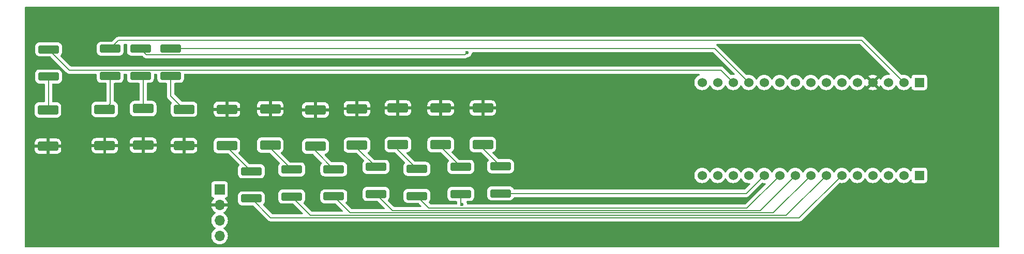
<source format=gbr>
%TF.GenerationSoftware,KiCad,Pcbnew,8.0.8*%
%TF.CreationDate,2025-04-10T10:16:36+02:00*%
%TF.ProjectId,Projet S6,50726f6a-6574-4205-9336-2e6b69636164,rev?*%
%TF.SameCoordinates,Original*%
%TF.FileFunction,Copper,L1,Top*%
%TF.FilePolarity,Positive*%
%FSLAX46Y46*%
G04 Gerber Fmt 4.6, Leading zero omitted, Abs format (unit mm)*
G04 Created by KiCad (PCBNEW 8.0.8) date 2025-04-10 10:16:36*
%MOMM*%
%LPD*%
G01*
G04 APERTURE LIST*
G04 Aperture macros list*
%AMRoundRect*
0 Rectangle with rounded corners*
0 $1 Rounding radius*
0 $2 $3 $4 $5 $6 $7 $8 $9 X,Y pos of 4 corners*
0 Add a 4 corners polygon primitive as box body*
4,1,4,$2,$3,$4,$5,$6,$7,$8,$9,$2,$3,0*
0 Add four circle primitives for the rounded corners*
1,1,$1+$1,$2,$3*
1,1,$1+$1,$4,$5*
1,1,$1+$1,$6,$7*
1,1,$1+$1,$8,$9*
0 Add four rect primitives between the rounded corners*
20,1,$1+$1,$2,$3,$4,$5,0*
20,1,$1+$1,$4,$5,$6,$7,0*
20,1,$1+$1,$6,$7,$8,$9,0*
20,1,$1+$1,$8,$9,$2,$3,0*%
G04 Aperture macros list end*
%TA.AperFunction,SMDPad,CuDef*%
%ADD10RoundRect,0.249999X-1.425001X0.512501X-1.425001X-0.512501X1.425001X-0.512501X1.425001X0.512501X0*%
%TD*%
%TA.AperFunction,SMDPad,CuDef*%
%ADD11RoundRect,0.250000X-1.450000X0.400000X-1.450000X-0.400000X1.450000X-0.400000X1.450000X0.400000X0*%
%TD*%
%TA.AperFunction,SMDPad,CuDef*%
%ADD12RoundRect,0.250000X1.450000X-0.400000X1.450000X0.400000X-1.450000X0.400000X-1.450000X-0.400000X0*%
%TD*%
%TA.AperFunction,SMDPad,CuDef*%
%ADD13RoundRect,0.249999X1.425001X-0.512501X1.425001X0.512501X-1.425001X0.512501X-1.425001X-0.512501X0*%
%TD*%
%TA.AperFunction,ComponentPad*%
%ADD14R,1.700000X1.700000*%
%TD*%
%TA.AperFunction,ComponentPad*%
%ADD15O,1.700000X1.700000*%
%TD*%
%TA.AperFunction,ComponentPad*%
%ADD16R,1.530000X1.530000*%
%TD*%
%TA.AperFunction,ComponentPad*%
%ADD17C,1.530000*%
%TD*%
%TA.AperFunction,ViaPad*%
%ADD18C,0.600000*%
%TD*%
%TA.AperFunction,Conductor*%
%ADD19C,0.200000*%
%TD*%
G04 APERTURE END LIST*
D10*
%TO.P,D4,1,K*%
%TO.N,GND*%
X124500000Y-96712500D03*
%TO.P,D4,2,A*%
%TO.N,Net-(D4-A)*%
X124500000Y-102687500D03*
%TD*%
D11*
%TO.P,R8,1*%
%TO.N,LED 8*%
X94000000Y-86875000D03*
%TO.P,R8,2*%
%TO.N,Net-(D8-A)*%
X94000000Y-91325000D03*
%TD*%
D12*
%TO.P,R5,1*%
%TO.N,LED 5*%
X120700000Y-111100000D03*
%TO.P,R5,2*%
%TO.N,Net-(D5-A)*%
X120700000Y-106650000D03*
%TD*%
%TO.P,R3,1*%
%TO.N,LED 3*%
X134300000Y-111025000D03*
%TO.P,R3,2*%
%TO.N,Net-(D3-A)*%
X134300000Y-106575000D03*
%TD*%
%TO.P,R7,1*%
%TO.N,LED 7*%
X107200000Y-111425000D03*
%TO.P,R7,2*%
%TO.N,Net-(D7-A)*%
X107200000Y-106975000D03*
%TD*%
D10*
%TO.P,D6,1,K*%
%TO.N,GND*%
X110300000Y-96712500D03*
%TO.P,D6,2,A*%
%TO.N,Net-(D6-A)*%
X110300000Y-102687500D03*
%TD*%
D13*
%TO.P,D11,1,K*%
%TO.N,GND*%
X73900000Y-102875000D03*
%TO.P,D11,2,A*%
%TO.N,Net-(D11-A)*%
X73900000Y-96900000D03*
%TD*%
D10*
%TO.P,D7,1,K*%
%TO.N,GND*%
X103200000Y-96800000D03*
%TO.P,D7,2,A*%
%TO.N,Net-(D7-A)*%
X103200000Y-102775000D03*
%TD*%
%TO.P,D5,1,K*%
%TO.N,GND*%
X117700000Y-96900000D03*
%TO.P,D5,2,A*%
%TO.N,Net-(D5-A)*%
X117700000Y-102875000D03*
%TD*%
%TO.P,D3,1,K*%
%TO.N,GND*%
X131200000Y-96612500D03*
%TO.P,D3,2,A*%
%TO.N,Net-(D3-A)*%
X131200000Y-102587500D03*
%TD*%
D11*
%TO.P,R11,1*%
%TO.N,LED 11*%
X74000000Y-86975000D03*
%TO.P,R11,2*%
%TO.N,Net-(D11-A)*%
X74000000Y-91425000D03*
%TD*%
D12*
%TO.P,R2,1*%
%TO.N,LED 2*%
X141500000Y-110700000D03*
%TO.P,R2,2*%
%TO.N,Net-(D2-A)*%
X141500000Y-106250000D03*
%TD*%
D13*
%TO.P,D10,1,K*%
%TO.N,GND*%
X83200000Y-102787500D03*
%TO.P,D10,2,A*%
%TO.N,Net-(D10-A)*%
X83200000Y-96812500D03*
%TD*%
D11*
%TO.P,R9,1*%
%TO.N,LED 9*%
X89050000Y-86875000D03*
%TO.P,R9,2*%
%TO.N,Net-(D9-A)*%
X89050000Y-91325000D03*
%TD*%
D10*
%TO.P,D2,1,K*%
%TO.N,GND*%
X138200000Y-96612500D03*
%TO.P,D2,2,A*%
%TO.N,Net-(D2-A)*%
X138200000Y-102587500D03*
%TD*%
D11*
%TO.P,R10,1*%
%TO.N,LED 10*%
X84100000Y-86875000D03*
%TO.P,R10,2*%
%TO.N,Net-(D10-A)*%
X84100000Y-91325000D03*
%TD*%
D12*
%TO.P,R6,1*%
%TO.N,LED 6*%
X113800000Y-111125000D03*
%TO.P,R6,2*%
%TO.N,Net-(D6-A)*%
X113800000Y-106675000D03*
%TD*%
D14*
%TO.P,J3,1,Pin_1*%
%TO.N,unconnected-(J3-Pin_1-Pad1)*%
X102000000Y-109950000D03*
D15*
%TO.P,J3,2,Pin_2*%
%TO.N,GND*%
X102000000Y-112490000D03*
%TO.P,J3,3,Pin_3*%
%TO.N,Alim Hall*%
X102000000Y-115030000D03*
%TO.P,J3,4,Pin_4*%
%TO.N,DO*%
X102000000Y-117570000D03*
%TD*%
D13*
%TO.P,D9,1,K*%
%TO.N,GND*%
X89500000Y-102675000D03*
%TO.P,D9,2,A*%
%TO.N,Net-(D9-A)*%
X89500000Y-96700000D03*
%TD*%
D12*
%TO.P,R1,1*%
%TO.N,LED 1*%
X148000000Y-110600000D03*
%TO.P,R1,2*%
%TO.N,Net-(D1-A)*%
X148000000Y-106150000D03*
%TD*%
%TO.P,R4,1*%
%TO.N,LED 4*%
X127600000Y-110700000D03*
%TO.P,R4,2*%
%TO.N,Net-(D4-A)*%
X127600000Y-106250000D03*
%TD*%
D10*
%TO.P,D1,1,K*%
%TO.N,GND*%
X145100000Y-96612500D03*
%TO.P,D1,2,A*%
%TO.N,Net-(D1-A)*%
X145100000Y-102587500D03*
%TD*%
D13*
%TO.P,D8,1,K*%
%TO.N,GND*%
X96180000Y-102775000D03*
%TO.P,D8,2,A*%
%TO.N,Net-(D8-A)*%
X96180000Y-96800000D03*
%TD*%
D16*
%TO.P,Nucleo2,3_1,PA9*%
%TO.N,LED 9*%
X216560000Y-92400000D03*
D17*
%TO.P,Nucleo2,3_2,PA10*%
%TO.N,LED 10*%
X214020000Y-92400000D03*
%TO.P,Nucleo2,3_3,NRST*%
%TO.N,unconnected-(Nucleo2-NRST-Pad3_3)*%
X211480000Y-92400000D03*
%TO.P,Nucleo2,3_4,GND*%
%TO.N,GND*%
X208940000Y-92400000D03*
%TO.P,Nucleo2,3_5,PA12*%
%TO.N,unconnected-(Nucleo2-PA12-Pad3_5)*%
X206400000Y-92400000D03*
%TO.P,Nucleo2,3_6,PB0*%
%TO.N,unconnected-(Nucleo2-PB0-Pad3_6)*%
X203860000Y-92400000D03*
%TO.P,Nucleo2,3_7,PB7*%
%TO.N,unconnected-(Nucleo2-PB7-Pad3_7)*%
X201320000Y-92400000D03*
%TO.P,Nucleo2,3_8,PA15*%
%TO.N,unconnected-(Nucleo2-PA15-Pad3_8)*%
X198780000Y-92400000D03*
%TO.P,Nucleo2,3_9,PB6*%
%TO.N,unconnected-(Nucleo2-PB6-Pad3_9)*%
X196240000Y-92400000D03*
%TO.P,Nucleo2,3_10,PF0*%
%TO.N,unconnected-(Nucleo2-PF0-Pad3_10)*%
X193700000Y-92400000D03*
%TO.P,Nucleo2,3_11,PF1*%
%TO.N,unconnected-(Nucleo2-PF1-Pad3_11)*%
X191160000Y-92400000D03*
%TO.P,Nucleo2,3_12,PA8*%
%TO.N,LED 8*%
X188620000Y-92400000D03*
%TO.P,Nucleo2,3_13,PA11*%
%TO.N,LED 11*%
X186080000Y-92400000D03*
%TO.P,Nucleo2,3_14,PB5*%
%TO.N,unconnected-(Nucleo2-PB5-Pad3_14)*%
X183540000Y-92400000D03*
%TO.P,Nucleo2,3_15,PB4*%
%TO.N,unconnected-(Nucleo2-PB4-Pad3_15)*%
X181000000Y-92400000D03*
D16*
%TO.P,Nucleo2,4_1,VIN*%
%TO.N,unconnected-(Nucleo2-VIN-Pad4_1)*%
X216560000Y-107640000D03*
D17*
%TO.P,Nucleo2,4_2,GND*%
%TO.N,unconnected-(Nucleo2-GND-Pad4_2)*%
X214020000Y-107640000D03*
%TO.P,Nucleo2,4_3*%
%TO.N,N/C*%
X211480000Y-107640000D03*
%TO.P,Nucleo2,4_4,+5V*%
%TO.N,unconnected-(Nucleo2-+5V-Pad4_4)*%
X208940000Y-107640000D03*
%TO.P,Nucleo2,4_5,PA2*%
%TO.N,LED 2*%
X206400000Y-107640000D03*
%TO.P,Nucleo2,4_6,PA7*%
%TO.N,LED 7*%
X203860000Y-107640000D03*
%TO.P,Nucleo2,4_7,PA6*%
%TO.N,LED 6*%
X201320000Y-107640000D03*
%TO.P,Nucleo2,4_8,PA5*%
%TO.N,LED 5*%
X198780000Y-107640000D03*
%TO.P,Nucleo2,4_9,PA4*%
%TO.N,LED 4*%
X196240000Y-107640000D03*
%TO.P,Nucleo2,4_10,PA3*%
%TO.N,LED 3*%
X193700000Y-107640000D03*
%TO.P,Nucleo2,4_11,PA1*%
%TO.N,LED 1*%
X191160000Y-107640000D03*
%TO.P,Nucleo2,4_12,PA0*%
%TO.N,DO*%
X188620000Y-107640000D03*
%TO.P,Nucleo2,4_13,AVDD*%
%TO.N,unconnected-(Nucleo2-AVDD-Pad4_13)*%
X186080000Y-107640000D03*
%TO.P,Nucleo2,4_14,+3V3*%
%TO.N,Alim Hall*%
X183540000Y-107640000D03*
%TO.P,Nucleo2,4_15,PB3*%
%TO.N,unconnected-(Nucleo2-PB3-Pad4_15)*%
X181000000Y-107640000D03*
%TD*%
D18*
%TO.N,LED 9*%
X142500000Y-87500000D03*
%TO.N,LED 2*%
X141700000Y-112400000D03*
%TD*%
D19*
%TO.N,LED 9*%
X142175000Y-87825000D02*
X142500000Y-87500000D01*
X90000000Y-87825000D02*
X142175000Y-87825000D01*
%TO.N,Net-(D1-A)*%
X145100000Y-103250000D02*
X145100000Y-102587500D01*
X148000000Y-106150000D02*
X145100000Y-103250000D01*
%TO.N,Net-(D2-A)*%
X141500000Y-106250000D02*
X138200000Y-102950000D01*
X138200000Y-102950000D02*
X138200000Y-102587500D01*
%TO.N,Net-(D3-A)*%
X131200000Y-103475000D02*
X131200000Y-102587500D01*
X134300000Y-106575000D02*
X131200000Y-103475000D01*
%TO.N,Net-(D4-A)*%
X127600000Y-106250000D02*
X124500000Y-103150000D01*
X124500000Y-103150000D02*
X124500000Y-102687500D01*
%TO.N,Net-(D5-A)*%
X117700000Y-103650000D02*
X117700000Y-102875000D01*
X120700000Y-106650000D02*
X117700000Y-103650000D01*
%TO.N,Net-(D6-A)*%
X113800000Y-106675000D02*
X110300000Y-103175000D01*
X110300000Y-103175000D02*
X110300000Y-102687500D01*
%TO.N,Net-(D7-A)*%
X107200000Y-106975000D02*
X103200000Y-102975000D01*
X103200000Y-102975000D02*
X103200000Y-102775000D01*
%TO.N,Net-(D8-A)*%
X94000000Y-94620000D02*
X94000000Y-91325000D01*
X96180000Y-96800000D02*
X94000000Y-94620000D01*
%TO.N,Net-(D9-A)*%
X89500000Y-91775000D02*
X89050000Y-91325000D01*
X89500000Y-96700000D02*
X89500000Y-91775000D01*
%TO.N,Net-(D10-A)*%
X83200000Y-96812500D02*
X84100000Y-95912500D01*
X84100000Y-95912500D02*
X84100000Y-91325000D01*
%TO.N,Net-(D11-A)*%
X74000000Y-91425000D02*
X74000000Y-96800000D01*
X74000000Y-96800000D02*
X73900000Y-96900000D01*
%TO.N,LED 1*%
X188200000Y-110600000D02*
X191160000Y-107640000D01*
X148000000Y-110600000D02*
X188200000Y-110600000D01*
%TO.N,LED 2*%
X141500000Y-112200000D02*
X141700000Y-112400000D01*
X141500000Y-110700000D02*
X141500000Y-112200000D01*
%TO.N,LED 3*%
X134300000Y-111025000D02*
X136275000Y-113000000D01*
X188340000Y-113000000D02*
X193700000Y-107640000D01*
X136275000Y-113000000D02*
X188340000Y-113000000D01*
%TO.N,LED 4*%
X190480000Y-113400000D02*
X196240000Y-107640000D01*
X127600000Y-110700000D02*
X130300000Y-113400000D01*
X130300000Y-113400000D02*
X190480000Y-113400000D01*
%TO.N,LED 5*%
X192620000Y-113800000D02*
X198780000Y-107640000D01*
X123400000Y-113800000D02*
X192620000Y-113800000D01*
X120700000Y-111100000D02*
X123400000Y-113800000D01*
%TO.N,LED 6*%
X194760000Y-114200000D02*
X201320000Y-107640000D01*
X113800000Y-111125000D02*
X116875000Y-114200000D01*
X116875000Y-114200000D02*
X194760000Y-114200000D01*
%TO.N,LED 7*%
X196900000Y-114600000D02*
X203860000Y-107640000D01*
X107200000Y-111425000D02*
X110375000Y-114600000D01*
X110375000Y-114600000D02*
X196900000Y-114600000D01*
%TO.N,LED 8*%
X94000000Y-86875000D02*
X183095000Y-86875000D01*
X183095000Y-86875000D02*
X188620000Y-92400000D01*
%TO.N,LED 9*%
X89050000Y-86875000D02*
X90000000Y-87825000D01*
%TO.N,LED 10*%
X207120000Y-85500000D02*
X214020000Y-92400000D01*
X85475000Y-85500000D02*
X207120000Y-85500000D01*
X84100000Y-86875000D02*
X85475000Y-85500000D01*
%TO.N,LED 11*%
X74000000Y-86975000D02*
X77400000Y-90375000D01*
X77400000Y-90375000D02*
X184055000Y-90375000D01*
X184055000Y-90375000D02*
X186080000Y-92400000D01*
%TD*%
%TA.AperFunction,Conductor*%
%TO.N,GND*%
G36*
X206886942Y-86120185D02*
G01*
X206907584Y-86136819D01*
X211699837Y-90929073D01*
X211733322Y-90990396D01*
X211728338Y-91060088D01*
X211686466Y-91116021D01*
X211621002Y-91140438D01*
X211601349Y-91140282D01*
X211480002Y-91129666D01*
X211479998Y-91129666D01*
X211259414Y-91148964D01*
X211259407Y-91148965D01*
X211045524Y-91206275D01*
X211045513Y-91206279D01*
X210844836Y-91299856D01*
X210844834Y-91299857D01*
X210663444Y-91426868D01*
X210506868Y-91583444D01*
X210379857Y-91764833D01*
X210322106Y-91888683D01*
X210275934Y-91941122D01*
X210208740Y-91960274D01*
X210141859Y-91940058D01*
X210097342Y-91888683D01*
X210039707Y-91765084D01*
X209993894Y-91699657D01*
X209431128Y-92262424D01*
X209415245Y-92203147D01*
X209348102Y-92086853D01*
X209253147Y-91991898D01*
X209136853Y-91924755D01*
X209077574Y-91908871D01*
X209640341Y-91346104D01*
X209640341Y-91346103D01*
X209574920Y-91300295D01*
X209574916Y-91300293D01*
X209374309Y-91206749D01*
X209374300Y-91206745D01*
X209160509Y-91149461D01*
X209160499Y-91149459D01*
X208940001Y-91130168D01*
X208939999Y-91130168D01*
X208719500Y-91149459D01*
X208719490Y-91149461D01*
X208505699Y-91206745D01*
X208505690Y-91206749D01*
X208305080Y-91300295D01*
X208239658Y-91346103D01*
X208239657Y-91346104D01*
X208802425Y-91908871D01*
X208743147Y-91924755D01*
X208626853Y-91991898D01*
X208531898Y-92086853D01*
X208464755Y-92203147D01*
X208448871Y-92262424D01*
X207886104Y-91699657D01*
X207886103Y-91699658D01*
X207840294Y-91765080D01*
X207782657Y-91888683D01*
X207736484Y-91941122D01*
X207669290Y-91960274D01*
X207602409Y-91940058D01*
X207557893Y-91888682D01*
X207500142Y-91764833D01*
X207373132Y-91583445D01*
X207216555Y-91426868D01*
X207035167Y-91299858D01*
X207035163Y-91299856D01*
X206834486Y-91206279D01*
X206834475Y-91206275D01*
X206620592Y-91148965D01*
X206620585Y-91148964D01*
X206400002Y-91129666D01*
X206399998Y-91129666D01*
X206179414Y-91148964D01*
X206179407Y-91148965D01*
X205965524Y-91206275D01*
X205965513Y-91206279D01*
X205764836Y-91299856D01*
X205764834Y-91299857D01*
X205583444Y-91426868D01*
X205426868Y-91583444D01*
X205299857Y-91764834D01*
X205299856Y-91764836D01*
X205242382Y-91888091D01*
X205196210Y-91940531D01*
X205129017Y-91959683D01*
X205062135Y-91939467D01*
X205017618Y-91888091D01*
X204989050Y-91826828D01*
X204960142Y-91764833D01*
X204833132Y-91583445D01*
X204676555Y-91426868D01*
X204495167Y-91299858D01*
X204495163Y-91299856D01*
X204294486Y-91206279D01*
X204294475Y-91206275D01*
X204080592Y-91148965D01*
X204080585Y-91148964D01*
X203860002Y-91129666D01*
X203859998Y-91129666D01*
X203639414Y-91148964D01*
X203639407Y-91148965D01*
X203425524Y-91206275D01*
X203425513Y-91206279D01*
X203224836Y-91299856D01*
X203224834Y-91299857D01*
X203043444Y-91426868D01*
X202886868Y-91583444D01*
X202759857Y-91764834D01*
X202759856Y-91764836D01*
X202702382Y-91888091D01*
X202656210Y-91940531D01*
X202589017Y-91959683D01*
X202522135Y-91939467D01*
X202477618Y-91888091D01*
X202449050Y-91826828D01*
X202420142Y-91764833D01*
X202293132Y-91583445D01*
X202136555Y-91426868D01*
X201955167Y-91299858D01*
X201955163Y-91299856D01*
X201754486Y-91206279D01*
X201754475Y-91206275D01*
X201540592Y-91148965D01*
X201540585Y-91148964D01*
X201320002Y-91129666D01*
X201319998Y-91129666D01*
X201099414Y-91148964D01*
X201099407Y-91148965D01*
X200885524Y-91206275D01*
X200885513Y-91206279D01*
X200684836Y-91299856D01*
X200684834Y-91299857D01*
X200503444Y-91426868D01*
X200346868Y-91583444D01*
X200219857Y-91764834D01*
X200219856Y-91764836D01*
X200162382Y-91888091D01*
X200116210Y-91940531D01*
X200049017Y-91959683D01*
X199982135Y-91939467D01*
X199937618Y-91888091D01*
X199909050Y-91826828D01*
X199880142Y-91764833D01*
X199753132Y-91583445D01*
X199596555Y-91426868D01*
X199415167Y-91299858D01*
X199415163Y-91299856D01*
X199214486Y-91206279D01*
X199214475Y-91206275D01*
X199000592Y-91148965D01*
X199000585Y-91148964D01*
X198780002Y-91129666D01*
X198779998Y-91129666D01*
X198559414Y-91148964D01*
X198559407Y-91148965D01*
X198345524Y-91206275D01*
X198345513Y-91206279D01*
X198144836Y-91299856D01*
X198144834Y-91299857D01*
X197963444Y-91426868D01*
X197806868Y-91583444D01*
X197679857Y-91764834D01*
X197679856Y-91764836D01*
X197622382Y-91888091D01*
X197576210Y-91940531D01*
X197509017Y-91959683D01*
X197442135Y-91939467D01*
X197397618Y-91888091D01*
X197369050Y-91826828D01*
X197340142Y-91764833D01*
X197213132Y-91583445D01*
X197056555Y-91426868D01*
X196875167Y-91299858D01*
X196875163Y-91299856D01*
X196674486Y-91206279D01*
X196674475Y-91206275D01*
X196460592Y-91148965D01*
X196460585Y-91148964D01*
X196240002Y-91129666D01*
X196239998Y-91129666D01*
X196019414Y-91148964D01*
X196019407Y-91148965D01*
X195805524Y-91206275D01*
X195805513Y-91206279D01*
X195604836Y-91299856D01*
X195604834Y-91299857D01*
X195423444Y-91426868D01*
X195266868Y-91583444D01*
X195139857Y-91764834D01*
X195139856Y-91764836D01*
X195082382Y-91888091D01*
X195036210Y-91940531D01*
X194969017Y-91959683D01*
X194902135Y-91939467D01*
X194857618Y-91888091D01*
X194829050Y-91826828D01*
X194800142Y-91764833D01*
X194673132Y-91583445D01*
X194516555Y-91426868D01*
X194335167Y-91299858D01*
X194335163Y-91299856D01*
X194134486Y-91206279D01*
X194134475Y-91206275D01*
X193920592Y-91148965D01*
X193920585Y-91148964D01*
X193700002Y-91129666D01*
X193699998Y-91129666D01*
X193479414Y-91148964D01*
X193479407Y-91148965D01*
X193265524Y-91206275D01*
X193265513Y-91206279D01*
X193064836Y-91299856D01*
X193064834Y-91299857D01*
X192883444Y-91426868D01*
X192726868Y-91583444D01*
X192599857Y-91764834D01*
X192599856Y-91764836D01*
X192542382Y-91888091D01*
X192496210Y-91940531D01*
X192429017Y-91959683D01*
X192362135Y-91939467D01*
X192317618Y-91888091D01*
X192289050Y-91826828D01*
X192260142Y-91764833D01*
X192133132Y-91583445D01*
X191976555Y-91426868D01*
X191795167Y-91299858D01*
X191795163Y-91299856D01*
X191594486Y-91206279D01*
X191594475Y-91206275D01*
X191380592Y-91148965D01*
X191380585Y-91148964D01*
X191160002Y-91129666D01*
X191159998Y-91129666D01*
X190939414Y-91148964D01*
X190939407Y-91148965D01*
X190725524Y-91206275D01*
X190725513Y-91206279D01*
X190524836Y-91299856D01*
X190524834Y-91299857D01*
X190343444Y-91426868D01*
X190186868Y-91583444D01*
X190059857Y-91764834D01*
X190059856Y-91764836D01*
X190002382Y-91888091D01*
X189956210Y-91940531D01*
X189889017Y-91959683D01*
X189822135Y-91939467D01*
X189777618Y-91888091D01*
X189749050Y-91826828D01*
X189720142Y-91764833D01*
X189593132Y-91583445D01*
X189436555Y-91426868D01*
X189255167Y-91299858D01*
X189255163Y-91299856D01*
X189054486Y-91206279D01*
X189054475Y-91206275D01*
X188840592Y-91148965D01*
X188840585Y-91148964D01*
X188620002Y-91129666D01*
X188619998Y-91129666D01*
X188399414Y-91148964D01*
X188399400Y-91148967D01*
X188325643Y-91168729D01*
X188255793Y-91167065D01*
X188205870Y-91136635D01*
X183582590Y-86513355D01*
X183582588Y-86513352D01*
X183463717Y-86394481D01*
X183463716Y-86394480D01*
X183376904Y-86344360D01*
X183376904Y-86344359D01*
X183376902Y-86344359D01*
X183355299Y-86331886D01*
X183307084Y-86281320D01*
X183293862Y-86212713D01*
X183319830Y-86147848D01*
X183376744Y-86107320D01*
X183417300Y-86100500D01*
X206819903Y-86100500D01*
X206886942Y-86120185D01*
G37*
%TD.AperFunction*%
%TA.AperFunction,Conductor*%
G36*
X229592539Y-79970185D02*
G01*
X229638294Y-80022989D01*
X229649500Y-80074500D01*
X229649500Y-119325500D01*
X229629815Y-119392539D01*
X229577011Y-119438294D01*
X229525500Y-119449500D01*
X70274500Y-119449500D01*
X70207461Y-119429815D01*
X70161706Y-119377011D01*
X70150500Y-119325500D01*
X70150500Y-115029999D01*
X100644341Y-115029999D01*
X100644341Y-115030000D01*
X100664936Y-115265403D01*
X100664938Y-115265413D01*
X100726094Y-115493655D01*
X100726096Y-115493659D01*
X100726097Y-115493663D01*
X100825965Y-115707830D01*
X100825967Y-115707834D01*
X100961501Y-115901395D01*
X100961506Y-115901402D01*
X101128597Y-116068493D01*
X101128603Y-116068498D01*
X101314158Y-116198425D01*
X101357783Y-116253002D01*
X101364977Y-116322500D01*
X101333454Y-116384855D01*
X101314158Y-116401575D01*
X101128597Y-116531505D01*
X100961505Y-116698597D01*
X100825965Y-116892169D01*
X100825964Y-116892171D01*
X100726098Y-117106335D01*
X100726094Y-117106344D01*
X100664938Y-117334586D01*
X100664936Y-117334596D01*
X100644341Y-117569999D01*
X100644341Y-117570000D01*
X100664936Y-117805403D01*
X100664938Y-117805413D01*
X100726094Y-118033655D01*
X100726096Y-118033659D01*
X100726097Y-118033663D01*
X100825965Y-118247830D01*
X100825967Y-118247834D01*
X100934281Y-118402521D01*
X100961505Y-118441401D01*
X101128599Y-118608495D01*
X101225384Y-118676265D01*
X101322165Y-118744032D01*
X101322167Y-118744033D01*
X101322170Y-118744035D01*
X101536337Y-118843903D01*
X101764592Y-118905063D01*
X101952918Y-118921539D01*
X101999999Y-118925659D01*
X102000000Y-118925659D01*
X102000001Y-118925659D01*
X102039234Y-118922226D01*
X102235408Y-118905063D01*
X102463663Y-118843903D01*
X102677830Y-118744035D01*
X102871401Y-118608495D01*
X103038495Y-118441401D01*
X103174035Y-118247830D01*
X103273903Y-118033663D01*
X103335063Y-117805408D01*
X103355659Y-117570000D01*
X103335063Y-117334592D01*
X103273903Y-117106337D01*
X103174035Y-116892171D01*
X103038495Y-116698599D01*
X103038494Y-116698597D01*
X102871402Y-116531506D01*
X102871396Y-116531501D01*
X102685842Y-116401575D01*
X102642217Y-116346998D01*
X102635023Y-116277500D01*
X102666546Y-116215145D01*
X102685842Y-116198425D01*
X102708026Y-116182891D01*
X102871401Y-116068495D01*
X103038495Y-115901401D01*
X103174035Y-115707830D01*
X103273903Y-115493663D01*
X103335063Y-115265408D01*
X103355659Y-115030000D01*
X103335063Y-114794592D01*
X103273903Y-114566337D01*
X103174035Y-114352171D01*
X103038495Y-114158599D01*
X103038494Y-114158597D01*
X102871402Y-113991506D01*
X102871401Y-113991505D01*
X102685405Y-113861269D01*
X102641781Y-113806692D01*
X102634588Y-113737193D01*
X102666110Y-113674839D01*
X102685405Y-113658119D01*
X102871082Y-113528105D01*
X103038105Y-113361082D01*
X103173600Y-113167578D01*
X103273429Y-112953492D01*
X103273432Y-112953486D01*
X103330636Y-112740000D01*
X102433012Y-112740000D01*
X102465925Y-112682993D01*
X102500000Y-112555826D01*
X102500000Y-112424174D01*
X102465925Y-112297007D01*
X102433012Y-112240000D01*
X103330636Y-112240000D01*
X103330635Y-112239999D01*
X103273432Y-112026513D01*
X103273429Y-112026507D01*
X103173600Y-111812422D01*
X103173599Y-111812420D01*
X103038113Y-111618926D01*
X103038108Y-111618920D01*
X102916053Y-111496865D01*
X102882568Y-111435542D01*
X102887552Y-111365850D01*
X102929424Y-111309917D01*
X102960400Y-111293002D01*
X103068201Y-111252796D01*
X103092326Y-111243798D01*
X103092326Y-111243797D01*
X103092331Y-111243796D01*
X103207546Y-111157546D01*
X103293796Y-111042331D01*
X103318915Y-110974983D01*
X104999500Y-110974983D01*
X104999500Y-111875001D01*
X104999501Y-111875019D01*
X105010000Y-111977796D01*
X105010001Y-111977799D01*
X105065185Y-112144331D01*
X105065187Y-112144336D01*
X105077932Y-112164999D01*
X105157288Y-112293656D01*
X105281344Y-112417712D01*
X105430666Y-112509814D01*
X105597203Y-112564999D01*
X105699991Y-112575500D01*
X107449902Y-112575499D01*
X107516941Y-112595184D01*
X107537583Y-112611818D01*
X109890139Y-114964374D01*
X109890149Y-114964385D01*
X109894479Y-114968715D01*
X109894480Y-114968716D01*
X110006284Y-115080520D01*
X110089460Y-115128541D01*
X110143211Y-115159575D01*
X110143215Y-115159577D01*
X110295943Y-115200500D01*
X196813331Y-115200500D01*
X196813347Y-115200501D01*
X196820943Y-115200501D01*
X196979054Y-115200501D01*
X196979057Y-115200501D01*
X197131785Y-115159577D01*
X197146348Y-115151168D01*
X197185517Y-115128555D01*
X197185528Y-115128547D01*
X197185540Y-115128541D01*
X197268716Y-115080520D01*
X197380520Y-114968716D01*
X197380520Y-114968714D01*
X197390724Y-114958511D01*
X197390728Y-114958506D01*
X203445872Y-108903361D01*
X203507193Y-108869878D01*
X203565646Y-108871270D01*
X203639401Y-108891033D01*
X203639402Y-108891033D01*
X203639409Y-108891035D01*
X203827148Y-108907459D01*
X203859998Y-108910334D01*
X203860000Y-108910334D01*
X203860002Y-108910334D01*
X203915276Y-108905498D01*
X204080591Y-108891035D01*
X204294480Y-108833723D01*
X204495167Y-108740142D01*
X204676555Y-108613132D01*
X204833132Y-108456555D01*
X204960142Y-108275167D01*
X205017618Y-108151907D01*
X205063790Y-108099468D01*
X205130983Y-108080316D01*
X205197864Y-108100531D01*
X205242381Y-108151907D01*
X205299858Y-108275167D01*
X205426868Y-108456555D01*
X205583445Y-108613132D01*
X205764833Y-108740142D01*
X205848296Y-108779061D01*
X205965513Y-108833720D01*
X205965515Y-108833720D01*
X205965520Y-108833723D01*
X206179409Y-108891035D01*
X206336974Y-108904820D01*
X206399998Y-108910334D01*
X206400000Y-108910334D01*
X206400002Y-108910334D01*
X206455276Y-108905498D01*
X206620591Y-108891035D01*
X206834480Y-108833723D01*
X207035167Y-108740142D01*
X207216555Y-108613132D01*
X207373132Y-108456555D01*
X207500142Y-108275167D01*
X207557618Y-108151907D01*
X207603790Y-108099468D01*
X207670983Y-108080316D01*
X207737864Y-108100531D01*
X207782381Y-108151907D01*
X207839858Y-108275167D01*
X207966868Y-108456555D01*
X208123445Y-108613132D01*
X208304833Y-108740142D01*
X208388296Y-108779061D01*
X208505513Y-108833720D01*
X208505515Y-108833720D01*
X208505520Y-108833723D01*
X208719409Y-108891035D01*
X208876974Y-108904820D01*
X208939998Y-108910334D01*
X208940000Y-108910334D01*
X208940002Y-108910334D01*
X208995276Y-108905498D01*
X209160591Y-108891035D01*
X209374480Y-108833723D01*
X209575167Y-108740142D01*
X209756555Y-108613132D01*
X209913132Y-108456555D01*
X210040142Y-108275167D01*
X210097618Y-108151907D01*
X210143790Y-108099468D01*
X210210983Y-108080316D01*
X210277864Y-108100531D01*
X210322381Y-108151907D01*
X210379858Y-108275167D01*
X210506868Y-108456555D01*
X210663445Y-108613132D01*
X210844833Y-108740142D01*
X210928296Y-108779061D01*
X211045513Y-108833720D01*
X211045515Y-108833720D01*
X211045520Y-108833723D01*
X211259409Y-108891035D01*
X211416974Y-108904820D01*
X211479998Y-108910334D01*
X211480000Y-108910334D01*
X211480002Y-108910334D01*
X211535276Y-108905498D01*
X211700591Y-108891035D01*
X211914480Y-108833723D01*
X212115167Y-108740142D01*
X212296555Y-108613132D01*
X212453132Y-108456555D01*
X212580142Y-108275167D01*
X212637618Y-108151907D01*
X212683790Y-108099468D01*
X212750983Y-108080316D01*
X212817864Y-108100531D01*
X212862381Y-108151907D01*
X212919858Y-108275167D01*
X213046868Y-108456555D01*
X213203445Y-108613132D01*
X213384833Y-108740142D01*
X213468296Y-108779061D01*
X213585513Y-108833720D01*
X213585515Y-108833720D01*
X213585520Y-108833723D01*
X213799409Y-108891035D01*
X213956974Y-108904820D01*
X214019998Y-108910334D01*
X214020000Y-108910334D01*
X214020002Y-108910334D01*
X214075276Y-108905498D01*
X214240591Y-108891035D01*
X214454480Y-108833723D01*
X214655167Y-108740142D01*
X214836555Y-108613132D01*
X214993132Y-108456555D01*
X215068928Y-108348307D01*
X215123501Y-108304685D01*
X215193000Y-108297491D01*
X215255355Y-108329013D01*
X215290769Y-108389243D01*
X215294500Y-108419430D01*
X215294500Y-108452868D01*
X215294501Y-108452876D01*
X215300908Y-108512483D01*
X215351202Y-108647328D01*
X215351206Y-108647335D01*
X215437452Y-108762544D01*
X215437455Y-108762547D01*
X215552664Y-108848793D01*
X215552671Y-108848797D01*
X215687517Y-108899091D01*
X215687516Y-108899091D01*
X215693339Y-108899717D01*
X215747127Y-108905500D01*
X217372872Y-108905499D01*
X217432483Y-108899091D01*
X217567331Y-108848796D01*
X217682546Y-108762546D01*
X217768796Y-108647331D01*
X217819091Y-108512483D01*
X217825500Y-108452873D01*
X217825499Y-106827128D01*
X217819091Y-106767517D01*
X217794951Y-106702795D01*
X217768797Y-106632671D01*
X217768793Y-106632664D01*
X217682547Y-106517455D01*
X217682544Y-106517452D01*
X217567335Y-106431206D01*
X217567328Y-106431202D01*
X217432482Y-106380908D01*
X217432483Y-106380908D01*
X217372883Y-106374501D01*
X217372881Y-106374500D01*
X217372873Y-106374500D01*
X217372864Y-106374500D01*
X215747129Y-106374500D01*
X215747123Y-106374501D01*
X215687516Y-106380908D01*
X215552671Y-106431202D01*
X215552664Y-106431206D01*
X215437455Y-106517452D01*
X215437452Y-106517455D01*
X215351206Y-106632664D01*
X215351202Y-106632671D01*
X215300908Y-106767517D01*
X215294896Y-106823441D01*
X215294501Y-106827123D01*
X215294500Y-106827135D01*
X215294500Y-106860564D01*
X215274815Y-106927603D01*
X215222011Y-106973358D01*
X215152853Y-106983302D01*
X215089297Y-106954277D01*
X215068926Y-106931688D01*
X214993137Y-106823452D01*
X214993136Y-106823451D01*
X214993132Y-106823445D01*
X214836555Y-106666868D01*
X214655167Y-106539858D01*
X214655163Y-106539856D01*
X214454486Y-106446279D01*
X214454475Y-106446275D01*
X214240592Y-106388965D01*
X214240585Y-106388964D01*
X214020002Y-106369666D01*
X214019998Y-106369666D01*
X213799414Y-106388964D01*
X213799407Y-106388965D01*
X213585524Y-106446275D01*
X213585513Y-106446279D01*
X213384836Y-106539856D01*
X213384834Y-106539857D01*
X213203444Y-106666868D01*
X213046868Y-106823444D01*
X212919857Y-107004834D01*
X212919856Y-107004836D01*
X212862382Y-107128091D01*
X212816210Y-107180531D01*
X212749017Y-107199683D01*
X212682135Y-107179467D01*
X212637618Y-107128091D01*
X212589550Y-107025009D01*
X212580142Y-107004833D01*
X212453132Y-106823445D01*
X212296555Y-106666868D01*
X212115167Y-106539858D01*
X212115163Y-106539856D01*
X211914486Y-106446279D01*
X211914475Y-106446275D01*
X211700592Y-106388965D01*
X211700585Y-106388964D01*
X211480002Y-106369666D01*
X211479998Y-106369666D01*
X211259414Y-106388964D01*
X211259407Y-106388965D01*
X211045524Y-106446275D01*
X211045513Y-106446279D01*
X210844836Y-106539856D01*
X210844834Y-106539857D01*
X210663444Y-106666868D01*
X210506868Y-106823444D01*
X210379857Y-107004834D01*
X210379856Y-107004836D01*
X210322382Y-107128091D01*
X210276210Y-107180531D01*
X210209017Y-107199683D01*
X210142135Y-107179467D01*
X210097618Y-107128091D01*
X210049550Y-107025009D01*
X210040142Y-107004833D01*
X209913132Y-106823445D01*
X209756555Y-106666868D01*
X209575167Y-106539858D01*
X209575163Y-106539856D01*
X209374486Y-106446279D01*
X209374475Y-106446275D01*
X209160592Y-106388965D01*
X209160585Y-106388964D01*
X208940002Y-106369666D01*
X208939998Y-106369666D01*
X208719414Y-106388964D01*
X208719407Y-106388965D01*
X208505524Y-106446275D01*
X208505513Y-106446279D01*
X208304836Y-106539856D01*
X208304834Y-106539857D01*
X208123444Y-106666868D01*
X207966868Y-106823444D01*
X207839857Y-107004834D01*
X207839856Y-107004836D01*
X207782382Y-107128091D01*
X207736210Y-107180531D01*
X207669017Y-107199683D01*
X207602135Y-107179467D01*
X207557618Y-107128091D01*
X207509550Y-107025009D01*
X207500142Y-107004833D01*
X207373132Y-106823445D01*
X207216555Y-106666868D01*
X207035167Y-106539858D01*
X207035163Y-106539856D01*
X206834486Y-106446279D01*
X206834475Y-106446275D01*
X206620592Y-106388965D01*
X206620585Y-106388964D01*
X206400002Y-106369666D01*
X206399998Y-106369666D01*
X206179414Y-106388964D01*
X206179407Y-106388965D01*
X205965524Y-106446275D01*
X205965513Y-106446279D01*
X205764836Y-106539856D01*
X205764834Y-106539857D01*
X205583444Y-106666868D01*
X205426868Y-106823444D01*
X205299857Y-107004834D01*
X205299856Y-107004836D01*
X205242382Y-107128091D01*
X205196210Y-107180531D01*
X205129017Y-107199683D01*
X205062135Y-107179467D01*
X205017618Y-107128091D01*
X204969550Y-107025009D01*
X204960142Y-107004833D01*
X204833132Y-106823445D01*
X204676555Y-106666868D01*
X204495167Y-106539858D01*
X204495163Y-106539856D01*
X204294486Y-106446279D01*
X204294475Y-106446275D01*
X204080592Y-106388965D01*
X204080585Y-106388964D01*
X203860002Y-106369666D01*
X203859998Y-106369666D01*
X203639414Y-106388964D01*
X203639407Y-106388965D01*
X203425524Y-106446275D01*
X203425513Y-106446279D01*
X203224836Y-106539856D01*
X203224834Y-106539857D01*
X203043444Y-106666868D01*
X202886868Y-106823444D01*
X202759857Y-107004834D01*
X202759856Y-107004836D01*
X202702382Y-107128091D01*
X202656210Y-107180531D01*
X202589017Y-107199683D01*
X202522135Y-107179467D01*
X202477618Y-107128091D01*
X202429550Y-107025009D01*
X202420142Y-107004833D01*
X202293132Y-106823445D01*
X202136555Y-106666868D01*
X201955167Y-106539858D01*
X201955163Y-106539856D01*
X201754486Y-106446279D01*
X201754475Y-106446275D01*
X201540592Y-106388965D01*
X201540585Y-106388964D01*
X201320002Y-106369666D01*
X201319998Y-106369666D01*
X201099414Y-106388964D01*
X201099407Y-106388965D01*
X200885524Y-106446275D01*
X200885513Y-106446279D01*
X200684836Y-106539856D01*
X200684834Y-106539857D01*
X200503444Y-106666868D01*
X200346868Y-106823444D01*
X200219857Y-107004834D01*
X200219856Y-107004836D01*
X200162382Y-107128091D01*
X200116210Y-107180531D01*
X200049017Y-107199683D01*
X199982135Y-107179467D01*
X199937618Y-107128091D01*
X199889550Y-107025009D01*
X199880142Y-107004833D01*
X199753132Y-106823445D01*
X199596555Y-106666868D01*
X199415167Y-106539858D01*
X199415163Y-106539856D01*
X199214486Y-106446279D01*
X199214475Y-106446275D01*
X199000592Y-106388965D01*
X199000585Y-106388964D01*
X198780002Y-106369666D01*
X198779998Y-106369666D01*
X198559414Y-106388964D01*
X198559407Y-106388965D01*
X198345524Y-106446275D01*
X198345513Y-106446279D01*
X198144836Y-106539856D01*
X198144834Y-106539857D01*
X197963444Y-106666868D01*
X197806868Y-106823444D01*
X197679857Y-107004834D01*
X197679856Y-107004836D01*
X197622382Y-107128091D01*
X197576210Y-107180531D01*
X197509017Y-107199683D01*
X197442135Y-107179467D01*
X197397618Y-107128091D01*
X197349550Y-107025009D01*
X197340142Y-107004833D01*
X197213132Y-106823445D01*
X197056555Y-106666868D01*
X196875167Y-106539858D01*
X196875163Y-106539856D01*
X196674486Y-106446279D01*
X196674475Y-106446275D01*
X196460592Y-106388965D01*
X196460585Y-106388964D01*
X196240002Y-106369666D01*
X196239998Y-106369666D01*
X196019414Y-106388964D01*
X196019407Y-106388965D01*
X195805524Y-106446275D01*
X195805513Y-106446279D01*
X195604836Y-106539856D01*
X195604834Y-106539857D01*
X195423444Y-106666868D01*
X195266868Y-106823444D01*
X195139857Y-107004834D01*
X195139856Y-107004836D01*
X195082382Y-107128091D01*
X195036210Y-107180531D01*
X194969017Y-107199683D01*
X194902135Y-107179467D01*
X194857618Y-107128091D01*
X194809550Y-107025009D01*
X194800142Y-107004833D01*
X194673132Y-106823445D01*
X194516555Y-106666868D01*
X194335167Y-106539858D01*
X194335163Y-106539856D01*
X194134486Y-106446279D01*
X194134475Y-106446275D01*
X193920592Y-106388965D01*
X193920585Y-106388964D01*
X193700002Y-106369666D01*
X193699998Y-106369666D01*
X193479414Y-106388964D01*
X193479407Y-106388965D01*
X193265524Y-106446275D01*
X193265513Y-106446279D01*
X193064836Y-106539856D01*
X193064834Y-106539857D01*
X192883444Y-106666868D01*
X192726868Y-106823444D01*
X192599857Y-107004834D01*
X192599856Y-107004836D01*
X192542382Y-107128091D01*
X192496210Y-107180531D01*
X192429017Y-107199683D01*
X192362135Y-107179467D01*
X192317618Y-107128091D01*
X192269550Y-107025009D01*
X192260142Y-107004833D01*
X192133132Y-106823445D01*
X191976555Y-106666868D01*
X191795167Y-106539858D01*
X191795163Y-106539856D01*
X191594486Y-106446279D01*
X191594475Y-106446275D01*
X191380592Y-106388965D01*
X191380585Y-106388964D01*
X191160002Y-106369666D01*
X191159998Y-106369666D01*
X190939414Y-106388964D01*
X190939407Y-106388965D01*
X190725524Y-106446275D01*
X190725513Y-106446279D01*
X190524836Y-106539856D01*
X190524834Y-106539857D01*
X190343444Y-106666868D01*
X190186868Y-106823444D01*
X190059857Y-107004834D01*
X190059856Y-107004836D01*
X190002382Y-107128091D01*
X189956210Y-107180531D01*
X189889017Y-107199683D01*
X189822135Y-107179467D01*
X189777618Y-107128091D01*
X189729550Y-107025009D01*
X189720142Y-107004833D01*
X189593132Y-106823445D01*
X189436555Y-106666868D01*
X189255167Y-106539858D01*
X189255163Y-106539856D01*
X189054486Y-106446279D01*
X189054475Y-106446275D01*
X188840592Y-106388965D01*
X188840585Y-106388964D01*
X188620002Y-106369666D01*
X188619998Y-106369666D01*
X188399414Y-106388964D01*
X188399407Y-106388965D01*
X188185524Y-106446275D01*
X188185513Y-106446279D01*
X187984836Y-106539856D01*
X187984834Y-106539857D01*
X187803444Y-106666868D01*
X187646868Y-106823444D01*
X187519857Y-107004834D01*
X187519856Y-107004836D01*
X187462382Y-107128091D01*
X187416210Y-107180531D01*
X187349017Y-107199683D01*
X187282135Y-107179467D01*
X187237618Y-107128091D01*
X187189550Y-107025009D01*
X187180142Y-107004833D01*
X187053132Y-106823445D01*
X186896555Y-106666868D01*
X186715167Y-106539858D01*
X186715163Y-106539856D01*
X186514486Y-106446279D01*
X186514475Y-106446275D01*
X186300592Y-106388965D01*
X186300585Y-106388964D01*
X186080002Y-106369666D01*
X186079998Y-106369666D01*
X185859414Y-106388964D01*
X185859407Y-106388965D01*
X185645524Y-106446275D01*
X185645513Y-106446279D01*
X185444836Y-106539856D01*
X185444834Y-106539857D01*
X185263444Y-106666868D01*
X185106868Y-106823444D01*
X184979857Y-107004834D01*
X184979856Y-107004836D01*
X184922382Y-107128091D01*
X184876210Y-107180531D01*
X184809017Y-107199683D01*
X184742135Y-107179467D01*
X184697618Y-107128091D01*
X184649550Y-107025009D01*
X184640142Y-107004833D01*
X184513132Y-106823445D01*
X184356555Y-106666868D01*
X184175167Y-106539858D01*
X184175163Y-106539856D01*
X183974486Y-106446279D01*
X183974475Y-106446275D01*
X183760592Y-106388965D01*
X183760585Y-106388964D01*
X183540002Y-106369666D01*
X183539998Y-106369666D01*
X183319414Y-106388964D01*
X183319407Y-106388965D01*
X183105524Y-106446275D01*
X183105513Y-106446279D01*
X182904836Y-106539856D01*
X182904834Y-106539857D01*
X182723444Y-106666868D01*
X182566868Y-106823444D01*
X182439857Y-107004834D01*
X182439856Y-107004836D01*
X182382382Y-107128091D01*
X182336210Y-107180531D01*
X182269017Y-107199683D01*
X182202135Y-107179467D01*
X182157618Y-107128091D01*
X182109550Y-107025009D01*
X182100142Y-107004833D01*
X181973132Y-106823445D01*
X181816555Y-106666868D01*
X181635167Y-106539858D01*
X181635163Y-106539856D01*
X181434486Y-106446279D01*
X181434475Y-106446275D01*
X181220592Y-106388965D01*
X181220585Y-106388964D01*
X181000002Y-106369666D01*
X180999998Y-106369666D01*
X180779414Y-106388964D01*
X180779407Y-106388965D01*
X180565524Y-106446275D01*
X180565513Y-106446279D01*
X180364836Y-106539856D01*
X180364834Y-106539857D01*
X180183444Y-106666868D01*
X180026868Y-106823444D01*
X179899857Y-107004834D01*
X179899856Y-107004836D01*
X179806279Y-107205513D01*
X179806275Y-107205524D01*
X179748965Y-107419407D01*
X179748964Y-107419414D01*
X179729666Y-107639998D01*
X179729666Y-107640001D01*
X179748964Y-107860585D01*
X179748965Y-107860592D01*
X179806275Y-108074475D01*
X179806279Y-108074486D01*
X179860938Y-108191702D01*
X179899858Y-108275167D01*
X180026868Y-108456555D01*
X180183445Y-108613132D01*
X180364833Y-108740142D01*
X180448296Y-108779061D01*
X180565513Y-108833720D01*
X180565515Y-108833720D01*
X180565520Y-108833723D01*
X180779409Y-108891035D01*
X180936974Y-108904820D01*
X180999998Y-108910334D01*
X181000000Y-108910334D01*
X181000002Y-108910334D01*
X181055276Y-108905498D01*
X181220591Y-108891035D01*
X181434480Y-108833723D01*
X181635167Y-108740142D01*
X181816555Y-108613132D01*
X181973132Y-108456555D01*
X182100142Y-108275167D01*
X182157618Y-108151907D01*
X182203790Y-108099468D01*
X182270983Y-108080316D01*
X182337864Y-108100531D01*
X182382381Y-108151907D01*
X182439858Y-108275167D01*
X182566868Y-108456555D01*
X182723445Y-108613132D01*
X182904833Y-108740142D01*
X182988296Y-108779061D01*
X183105513Y-108833720D01*
X183105515Y-108833720D01*
X183105520Y-108833723D01*
X183319409Y-108891035D01*
X183476974Y-108904820D01*
X183539998Y-108910334D01*
X183540000Y-108910334D01*
X183540002Y-108910334D01*
X183595276Y-108905498D01*
X183760591Y-108891035D01*
X183974480Y-108833723D01*
X184175167Y-108740142D01*
X184356555Y-108613132D01*
X184513132Y-108456555D01*
X184640142Y-108275167D01*
X184697618Y-108151907D01*
X184743790Y-108099468D01*
X184810983Y-108080316D01*
X184877864Y-108100531D01*
X184922381Y-108151907D01*
X184979858Y-108275167D01*
X185106868Y-108456555D01*
X185263445Y-108613132D01*
X185444833Y-108740142D01*
X185528296Y-108779061D01*
X185645513Y-108833720D01*
X185645515Y-108833720D01*
X185645520Y-108833723D01*
X185859409Y-108891035D01*
X186016974Y-108904820D01*
X186079998Y-108910334D01*
X186080000Y-108910334D01*
X186080002Y-108910334D01*
X186135276Y-108905498D01*
X186300591Y-108891035D01*
X186514480Y-108833723D01*
X186715167Y-108740142D01*
X186896555Y-108613132D01*
X187053132Y-108456555D01*
X187180142Y-108275167D01*
X187237618Y-108151907D01*
X187283790Y-108099468D01*
X187350983Y-108080316D01*
X187417864Y-108100531D01*
X187462381Y-108151907D01*
X187519858Y-108275167D01*
X187646868Y-108456555D01*
X187803445Y-108613132D01*
X187984833Y-108740142D01*
X188068296Y-108779061D01*
X188185513Y-108833720D01*
X188185515Y-108833720D01*
X188185520Y-108833723D01*
X188399409Y-108891035D01*
X188556974Y-108904820D01*
X188619998Y-108910334D01*
X188620000Y-108910334D01*
X188620001Y-108910334D01*
X188636861Y-108908858D01*
X188741349Y-108899717D01*
X188809848Y-108913483D01*
X188860031Y-108962098D01*
X188875965Y-109030127D01*
X188852590Y-109095971D01*
X188839837Y-109110926D01*
X187987584Y-109963181D01*
X187926261Y-109996666D01*
X187899903Y-109999500D01*
X150263733Y-109999500D01*
X150196694Y-109979815D01*
X150150939Y-109927011D01*
X150146028Y-109914506D01*
X150136250Y-109885000D01*
X150134814Y-109880666D01*
X150042712Y-109731344D01*
X149918656Y-109607288D01*
X149769334Y-109515186D01*
X149602797Y-109460001D01*
X149602795Y-109460000D01*
X149500010Y-109449500D01*
X146499998Y-109449500D01*
X146499981Y-109449501D01*
X146397203Y-109460000D01*
X146397200Y-109460001D01*
X146230668Y-109515185D01*
X146230663Y-109515187D01*
X146081342Y-109607289D01*
X145957289Y-109731342D01*
X145865187Y-109880663D01*
X145865185Y-109880668D01*
X145849829Y-109927011D01*
X145810001Y-110047203D01*
X145810001Y-110047204D01*
X145810000Y-110047204D01*
X145799500Y-110149983D01*
X145799500Y-111050001D01*
X145799501Y-111050019D01*
X145810000Y-111152796D01*
X145810001Y-111152799D01*
X145865184Y-111319328D01*
X145865186Y-111319334D01*
X145957288Y-111468656D01*
X146081344Y-111592712D01*
X146230666Y-111684814D01*
X146397203Y-111739999D01*
X146499991Y-111750500D01*
X149500008Y-111750499D01*
X149602797Y-111739999D01*
X149769334Y-111684814D01*
X149918656Y-111592712D01*
X150042712Y-111468656D01*
X150134814Y-111319334D01*
X150146028Y-111285494D01*
X150185801Y-111228050D01*
X150250317Y-111201228D01*
X150263733Y-111200500D01*
X188113331Y-111200500D01*
X188113347Y-111200501D01*
X188120943Y-111200501D01*
X188279054Y-111200501D01*
X188279057Y-111200501D01*
X188431785Y-111159577D01*
X188481904Y-111130639D01*
X188568716Y-111080520D01*
X188680520Y-110968716D01*
X188680520Y-110968714D01*
X188690728Y-110958507D01*
X188690730Y-110958504D01*
X190745872Y-108903361D01*
X190807193Y-108869878D01*
X190865646Y-108871270D01*
X190939401Y-108891033D01*
X190939402Y-108891033D01*
X190939409Y-108891035D01*
X191127148Y-108907459D01*
X191159998Y-108910334D01*
X191160000Y-108910334D01*
X191160001Y-108910334D01*
X191174804Y-108909038D01*
X191281349Y-108899717D01*
X191349847Y-108913483D01*
X191400030Y-108962098D01*
X191415964Y-109030127D01*
X191392589Y-109095971D01*
X191379836Y-109110926D01*
X188127584Y-112363181D01*
X188066261Y-112396666D01*
X188039903Y-112399500D01*
X142616322Y-112399500D01*
X142549283Y-112379815D01*
X142503528Y-112327011D01*
X142493102Y-112289383D01*
X142485369Y-112220750D01*
X142485368Y-112220748D01*
X142485368Y-112220745D01*
X142425789Y-112050478D01*
X142423588Y-112046975D01*
X142419503Y-112040473D01*
X142400501Y-111973237D01*
X142420867Y-111906401D01*
X142474134Y-111861186D01*
X142524495Y-111850499D01*
X143000002Y-111850499D01*
X143000008Y-111850499D01*
X143102797Y-111839999D01*
X143269334Y-111784814D01*
X143418656Y-111692712D01*
X143542712Y-111568656D01*
X143634814Y-111419334D01*
X143689999Y-111252797D01*
X143700500Y-111150009D01*
X143700499Y-110249992D01*
X143689999Y-110147203D01*
X143634814Y-109980666D01*
X143542712Y-109831344D01*
X143418656Y-109707288D01*
X143269334Y-109615186D01*
X143102797Y-109560001D01*
X143102795Y-109560000D01*
X143000010Y-109549500D01*
X139999998Y-109549500D01*
X139999981Y-109549501D01*
X139897203Y-109560000D01*
X139897200Y-109560001D01*
X139730668Y-109615185D01*
X139730663Y-109615187D01*
X139581342Y-109707289D01*
X139457289Y-109831342D01*
X139365187Y-109980663D01*
X139365185Y-109980668D01*
X139353747Y-110015186D01*
X139310001Y-110147203D01*
X139310001Y-110147204D01*
X139310000Y-110147204D01*
X139299500Y-110249983D01*
X139299500Y-111150001D01*
X139299501Y-111150019D01*
X139310000Y-111252796D01*
X139310001Y-111252799D01*
X139337198Y-111334873D01*
X139365186Y-111419334D01*
X139457288Y-111568656D01*
X139581344Y-111692712D01*
X139730666Y-111784814D01*
X139897203Y-111839999D01*
X139999991Y-111850500D01*
X140775500Y-111850499D01*
X140842539Y-111870183D01*
X140888294Y-111922987D01*
X140899500Y-111974499D01*
X140899500Y-112113330D01*
X140899499Y-112113348D01*
X140899499Y-112275500D01*
X140879814Y-112342539D01*
X140827010Y-112388294D01*
X140775499Y-112399500D01*
X136575098Y-112399500D01*
X136508059Y-112379815D01*
X136487417Y-112363181D01*
X136267983Y-112143747D01*
X136234498Y-112082424D01*
X136239482Y-112012732D01*
X136267983Y-111968385D01*
X136342712Y-111893656D01*
X136434814Y-111744334D01*
X136489999Y-111577797D01*
X136500500Y-111475009D01*
X136500499Y-110574992D01*
X136497660Y-110547204D01*
X136489999Y-110472203D01*
X136489998Y-110472200D01*
X136459667Y-110380668D01*
X136434814Y-110305666D01*
X136342712Y-110156344D01*
X136218656Y-110032288D01*
X136106615Y-109963181D01*
X136069336Y-109940187D01*
X136069331Y-109940185D01*
X136067862Y-109939698D01*
X135902797Y-109885001D01*
X135902795Y-109885000D01*
X135800010Y-109874500D01*
X132799998Y-109874500D01*
X132799981Y-109874501D01*
X132697203Y-109885000D01*
X132697200Y-109885001D01*
X132530668Y-109940185D01*
X132530663Y-109940187D01*
X132381342Y-110032289D01*
X132257289Y-110156342D01*
X132165187Y-110305663D01*
X132165185Y-110305668D01*
X132153747Y-110340186D01*
X132110001Y-110472203D01*
X132110001Y-110472204D01*
X132110000Y-110472204D01*
X132099500Y-110574983D01*
X132099500Y-111475001D01*
X132099501Y-111475019D01*
X132110000Y-111577796D01*
X132110001Y-111577799D01*
X132165185Y-111744331D01*
X132165187Y-111744336D01*
X132168989Y-111750500D01*
X132257288Y-111893656D01*
X132381344Y-112017712D01*
X132530666Y-112109814D01*
X132697203Y-112164999D01*
X132799991Y-112175500D01*
X134549901Y-112175499D01*
X134616940Y-112195184D01*
X134637582Y-112211818D01*
X135013583Y-112587819D01*
X135047068Y-112649142D01*
X135042084Y-112718834D01*
X135000212Y-112774767D01*
X134934748Y-112799184D01*
X134925902Y-112799500D01*
X130600098Y-112799500D01*
X130533059Y-112779815D01*
X130512417Y-112763181D01*
X129567983Y-111818747D01*
X129534498Y-111757424D01*
X129539482Y-111687732D01*
X129567983Y-111643385D01*
X129592448Y-111618920D01*
X129642712Y-111568656D01*
X129734814Y-111419334D01*
X129789999Y-111252797D01*
X129800500Y-111150009D01*
X129800499Y-110249992D01*
X129789999Y-110147203D01*
X129734814Y-109980666D01*
X129642712Y-109831344D01*
X129518656Y-109707288D01*
X129369334Y-109615186D01*
X129202797Y-109560001D01*
X129202795Y-109560000D01*
X129100010Y-109549500D01*
X126099998Y-109549500D01*
X126099981Y-109549501D01*
X125997203Y-109560000D01*
X125997200Y-109560001D01*
X125830668Y-109615185D01*
X125830663Y-109615187D01*
X125681342Y-109707289D01*
X125557289Y-109831342D01*
X125465187Y-109980663D01*
X125465185Y-109980668D01*
X125453747Y-110015186D01*
X125410001Y-110147203D01*
X125410001Y-110147204D01*
X125410000Y-110147204D01*
X125399500Y-110249983D01*
X125399500Y-111150001D01*
X125399501Y-111150019D01*
X125410000Y-111252796D01*
X125410001Y-111252799D01*
X125437198Y-111334873D01*
X125465186Y-111419334D01*
X125557288Y-111568656D01*
X125681344Y-111692712D01*
X125830666Y-111784814D01*
X125997203Y-111839999D01*
X126099991Y-111850500D01*
X127849902Y-111850499D01*
X127916941Y-111870184D01*
X127937583Y-111886818D01*
X129038583Y-112987819D01*
X129072068Y-113049142D01*
X129067084Y-113118834D01*
X129025212Y-113174767D01*
X128959748Y-113199184D01*
X128950902Y-113199500D01*
X123700098Y-113199500D01*
X123633059Y-113179815D01*
X123612417Y-113163181D01*
X122667983Y-112218747D01*
X122634498Y-112157424D01*
X122639482Y-112087732D01*
X122667983Y-112043385D01*
X122698636Y-112012732D01*
X122742712Y-111968656D01*
X122834814Y-111819334D01*
X122889999Y-111652797D01*
X122900500Y-111550009D01*
X122900499Y-110649992D01*
X122892836Y-110574980D01*
X122889999Y-110547203D01*
X122889998Y-110547200D01*
X122834814Y-110380666D01*
X122742712Y-110231344D01*
X122618656Y-110107288D01*
X122469334Y-110015186D01*
X122302797Y-109960001D01*
X122302795Y-109960000D01*
X122200010Y-109949500D01*
X119199998Y-109949500D01*
X119199981Y-109949501D01*
X119097203Y-109960000D01*
X119097200Y-109960001D01*
X118930668Y-110015185D01*
X118930663Y-110015187D01*
X118781342Y-110107289D01*
X118657289Y-110231342D01*
X118565187Y-110380663D01*
X118565186Y-110380666D01*
X118510001Y-110547203D01*
X118510001Y-110547204D01*
X118510000Y-110547204D01*
X118499500Y-110649983D01*
X118499500Y-111550001D01*
X118499501Y-111550019D01*
X118510000Y-111652796D01*
X118510001Y-111652799D01*
X118565185Y-111819331D01*
X118565187Y-111819336D01*
X118577932Y-111839999D01*
X118657288Y-111968656D01*
X118781344Y-112092712D01*
X118930666Y-112184814D01*
X119097203Y-112239999D01*
X119199991Y-112250500D01*
X120949902Y-112250499D01*
X121016941Y-112270184D01*
X121037583Y-112286818D01*
X122138583Y-113387819D01*
X122172068Y-113449142D01*
X122167084Y-113518834D01*
X122125212Y-113574767D01*
X122059748Y-113599184D01*
X122050902Y-113599500D01*
X117175098Y-113599500D01*
X117108059Y-113579815D01*
X117087417Y-113563181D01*
X115767983Y-112243747D01*
X115734498Y-112182424D01*
X115739482Y-112112732D01*
X115767983Y-112068385D01*
X115795895Y-112040473D01*
X115842712Y-111993656D01*
X115934814Y-111844334D01*
X115989999Y-111677797D01*
X116000500Y-111575009D01*
X116000499Y-110674992D01*
X115989999Y-110572203D01*
X115934814Y-110405666D01*
X115842712Y-110256344D01*
X115718656Y-110132288D01*
X115580712Y-110047204D01*
X115569336Y-110040187D01*
X115569331Y-110040185D01*
X115545499Y-110032288D01*
X115402797Y-109985001D01*
X115402795Y-109985000D01*
X115300010Y-109974500D01*
X112299998Y-109974500D01*
X112299981Y-109974501D01*
X112197203Y-109985000D01*
X112197200Y-109985001D01*
X112030668Y-110040185D01*
X112030663Y-110040187D01*
X111881342Y-110132289D01*
X111757289Y-110256342D01*
X111665187Y-110405663D01*
X111665186Y-110405666D01*
X111610001Y-110572203D01*
X111610001Y-110572204D01*
X111610000Y-110572204D01*
X111599500Y-110674983D01*
X111599500Y-111575001D01*
X111599501Y-111575019D01*
X111610000Y-111677796D01*
X111610001Y-111677799D01*
X111665185Y-111844331D01*
X111665187Y-111844336D01*
X111691390Y-111886818D01*
X111757288Y-111993656D01*
X111881344Y-112117712D01*
X112030666Y-112209814D01*
X112197203Y-112264999D01*
X112299991Y-112275500D01*
X114049902Y-112275499D01*
X114116941Y-112295184D01*
X114137583Y-112311818D01*
X115613583Y-113787819D01*
X115647068Y-113849142D01*
X115642084Y-113918834D01*
X115600212Y-113974767D01*
X115534748Y-113999184D01*
X115525902Y-113999500D01*
X110675097Y-113999500D01*
X110608058Y-113979815D01*
X110587416Y-113963181D01*
X109167982Y-112543747D01*
X109134497Y-112482424D01*
X109139481Y-112412732D01*
X109167978Y-112368389D01*
X109242712Y-112293656D01*
X109334814Y-112144334D01*
X109389999Y-111977797D01*
X109400500Y-111875009D01*
X109400499Y-110974992D01*
X109398814Y-110958501D01*
X109389999Y-110872203D01*
X109389998Y-110872200D01*
X109381934Y-110847864D01*
X109334814Y-110705666D01*
X109242712Y-110556344D01*
X109118656Y-110432288D01*
X108969334Y-110340186D01*
X108802797Y-110285001D01*
X108802795Y-110285000D01*
X108700010Y-110274500D01*
X105699998Y-110274500D01*
X105699981Y-110274501D01*
X105597203Y-110285000D01*
X105597200Y-110285001D01*
X105430668Y-110340185D01*
X105430663Y-110340187D01*
X105281342Y-110432289D01*
X105157289Y-110556342D01*
X105065187Y-110705663D01*
X105065186Y-110705666D01*
X105010001Y-110872203D01*
X105010001Y-110872204D01*
X105010000Y-110872204D01*
X104999500Y-110974983D01*
X103318915Y-110974983D01*
X103344091Y-110907483D01*
X103350500Y-110847873D01*
X103350499Y-109052128D01*
X103344091Y-108992517D01*
X103332745Y-108962098D01*
X103293797Y-108857671D01*
X103293793Y-108857664D01*
X103207547Y-108742455D01*
X103207544Y-108742452D01*
X103092335Y-108656206D01*
X103092328Y-108656202D01*
X102957482Y-108605908D01*
X102957483Y-108605908D01*
X102897883Y-108599501D01*
X102897881Y-108599500D01*
X102897873Y-108599500D01*
X102897864Y-108599500D01*
X101102129Y-108599500D01*
X101102123Y-108599501D01*
X101042516Y-108605908D01*
X100907671Y-108656202D01*
X100907664Y-108656206D01*
X100792455Y-108742452D01*
X100792452Y-108742455D01*
X100706206Y-108857664D01*
X100706202Y-108857671D01*
X100655908Y-108992517D01*
X100651865Y-109030127D01*
X100649501Y-109052123D01*
X100649500Y-109052135D01*
X100649500Y-110847870D01*
X100649501Y-110847876D01*
X100655908Y-110907483D01*
X100706202Y-111042328D01*
X100706206Y-111042335D01*
X100792452Y-111157544D01*
X100792455Y-111157547D01*
X100907664Y-111243793D01*
X100907671Y-111243797D01*
X100931799Y-111252796D01*
X101039598Y-111293002D01*
X101095531Y-111334873D01*
X101119949Y-111400337D01*
X101105098Y-111468610D01*
X101083947Y-111496865D01*
X100961886Y-111618926D01*
X100826400Y-111812420D01*
X100826399Y-111812422D01*
X100726570Y-112026507D01*
X100726567Y-112026513D01*
X100669364Y-112239999D01*
X100669364Y-112240000D01*
X101566988Y-112240000D01*
X101534075Y-112297007D01*
X101500000Y-112424174D01*
X101500000Y-112555826D01*
X101534075Y-112682993D01*
X101566988Y-112740000D01*
X100669364Y-112740000D01*
X100726567Y-112953486D01*
X100726570Y-112953492D01*
X100826399Y-113167578D01*
X100961894Y-113361082D01*
X101128917Y-113528105D01*
X101314595Y-113658119D01*
X101358219Y-113712696D01*
X101365412Y-113782195D01*
X101333890Y-113844549D01*
X101314595Y-113861269D01*
X101128594Y-113991508D01*
X100961505Y-114158597D01*
X100825965Y-114352169D01*
X100825964Y-114352171D01*
X100726098Y-114566335D01*
X100726094Y-114566344D01*
X100664938Y-114794586D01*
X100664936Y-114794596D01*
X100644341Y-115029999D01*
X70150500Y-115029999D01*
X70150500Y-103437486D01*
X71725001Y-103437486D01*
X71735494Y-103540196D01*
X71735494Y-103540198D01*
X71790640Y-103706619D01*
X71790645Y-103706630D01*
X71882680Y-103855840D01*
X71882683Y-103855844D01*
X72006655Y-103979816D01*
X72006659Y-103979819D01*
X72155869Y-104071854D01*
X72155880Y-104071859D01*
X72322302Y-104127005D01*
X72425020Y-104137499D01*
X73649999Y-104137499D01*
X74150000Y-104137499D01*
X75374972Y-104137499D01*
X75374986Y-104137498D01*
X75477696Y-104127005D01*
X75477698Y-104127005D01*
X75644119Y-104071859D01*
X75644130Y-104071854D01*
X75793340Y-103979819D01*
X75793344Y-103979816D01*
X75917316Y-103855844D01*
X75917319Y-103855840D01*
X76009354Y-103706630D01*
X76009359Y-103706619D01*
X76064505Y-103540197D01*
X76074999Y-103437486D01*
X76075000Y-103437473D01*
X76075000Y-103349986D01*
X81025001Y-103349986D01*
X81035494Y-103452696D01*
X81035494Y-103452698D01*
X81090640Y-103619119D01*
X81090645Y-103619130D01*
X81182680Y-103768340D01*
X81182683Y-103768344D01*
X81306655Y-103892316D01*
X81306659Y-103892319D01*
X81455869Y-103984354D01*
X81455880Y-103984359D01*
X81622302Y-104039505D01*
X81725020Y-104049999D01*
X82949999Y-104049999D01*
X83450000Y-104049999D01*
X84674972Y-104049999D01*
X84674986Y-104049998D01*
X84777696Y-104039505D01*
X84777698Y-104039505D01*
X84944119Y-103984359D01*
X84944130Y-103984354D01*
X85093340Y-103892319D01*
X85093344Y-103892316D01*
X85217316Y-103768344D01*
X85217319Y-103768340D01*
X85309354Y-103619130D01*
X85309359Y-103619119D01*
X85364505Y-103452697D01*
X85374999Y-103349986D01*
X85375000Y-103349973D01*
X85375000Y-103237486D01*
X87325001Y-103237486D01*
X87335494Y-103340196D01*
X87335494Y-103340198D01*
X87390640Y-103506619D01*
X87390645Y-103506630D01*
X87482680Y-103655840D01*
X87482683Y-103655844D01*
X87606655Y-103779816D01*
X87606659Y-103779819D01*
X87755869Y-103871854D01*
X87755880Y-103871859D01*
X87922302Y-103927005D01*
X88025020Y-103937499D01*
X89249999Y-103937499D01*
X89750000Y-103937499D01*
X90974972Y-103937499D01*
X90974986Y-103937498D01*
X91077696Y-103927005D01*
X91077698Y-103927005D01*
X91244119Y-103871859D01*
X91244130Y-103871854D01*
X91393340Y-103779819D01*
X91393344Y-103779816D01*
X91517316Y-103655844D01*
X91517319Y-103655840D01*
X91609354Y-103506630D01*
X91609359Y-103506619D01*
X91664505Y-103340197D01*
X91664782Y-103337486D01*
X94005001Y-103337486D01*
X94015494Y-103440196D01*
X94015494Y-103440198D01*
X94070640Y-103606619D01*
X94070645Y-103606630D01*
X94162680Y-103755840D01*
X94162683Y-103755844D01*
X94286655Y-103879816D01*
X94286659Y-103879819D01*
X94435869Y-103971854D01*
X94435880Y-103971859D01*
X94602302Y-104027005D01*
X94705020Y-104037499D01*
X95929999Y-104037499D01*
X96430000Y-104037499D01*
X97654972Y-104037499D01*
X97654986Y-104037498D01*
X97757696Y-104027005D01*
X97757698Y-104027005D01*
X97924119Y-103971859D01*
X97924130Y-103971854D01*
X98073340Y-103879819D01*
X98073344Y-103879816D01*
X98197316Y-103755844D01*
X98197319Y-103755840D01*
X98289354Y-103606630D01*
X98289359Y-103606619D01*
X98344505Y-103440197D01*
X98354999Y-103337486D01*
X98355000Y-103337473D01*
X98355000Y-103025000D01*
X96430000Y-103025000D01*
X96430000Y-104037499D01*
X95929999Y-104037499D01*
X95930000Y-104037498D01*
X95930000Y-103025000D01*
X94005001Y-103025000D01*
X94005001Y-103337486D01*
X91664782Y-103337486D01*
X91674999Y-103237486D01*
X91675000Y-103237473D01*
X91675000Y-102925000D01*
X89750000Y-102925000D01*
X89750000Y-103937499D01*
X89249999Y-103937499D01*
X89250000Y-103937498D01*
X89250000Y-102925000D01*
X87325001Y-102925000D01*
X87325001Y-103237486D01*
X85375000Y-103237486D01*
X85375000Y-103037500D01*
X83450000Y-103037500D01*
X83450000Y-104049999D01*
X82949999Y-104049999D01*
X82950000Y-104049998D01*
X82950000Y-103037500D01*
X81025001Y-103037500D01*
X81025001Y-103349986D01*
X76075000Y-103349986D01*
X76075000Y-103125000D01*
X74150000Y-103125000D01*
X74150000Y-104137499D01*
X73649999Y-104137499D01*
X73650000Y-104137498D01*
X73650000Y-103125000D01*
X71725001Y-103125000D01*
X71725001Y-103437486D01*
X70150500Y-103437486D01*
X70150500Y-102312513D01*
X71725000Y-102312513D01*
X71725000Y-102625000D01*
X73650000Y-102625000D01*
X74150000Y-102625000D01*
X76074999Y-102625000D01*
X76074999Y-102312528D01*
X76074998Y-102312513D01*
X76066059Y-102225013D01*
X81025000Y-102225013D01*
X81025000Y-102537500D01*
X82950000Y-102537500D01*
X83450000Y-102537500D01*
X85374999Y-102537500D01*
X85374999Y-102225028D01*
X85374998Y-102225013D01*
X85364505Y-102122303D01*
X85364505Y-102122301D01*
X85361262Y-102112513D01*
X87325000Y-102112513D01*
X87325000Y-102425000D01*
X89250000Y-102425000D01*
X89750000Y-102425000D01*
X91674999Y-102425000D01*
X91674999Y-102212513D01*
X94005000Y-102212513D01*
X94005000Y-102525000D01*
X95930000Y-102525000D01*
X96430000Y-102525000D01*
X98354999Y-102525000D01*
X98354999Y-102212528D01*
X98354998Y-102212513D01*
X98354995Y-102212482D01*
X101024500Y-102212482D01*
X101024500Y-103337517D01*
X101035000Y-103440296D01*
X101090185Y-103606832D01*
X101090187Y-103606837D01*
X101120413Y-103655840D01*
X101182288Y-103756156D01*
X101306344Y-103880212D01*
X101455665Y-103972314D01*
X101622202Y-104027499D01*
X101724990Y-104038000D01*
X103362403Y-104038000D01*
X103429442Y-104057685D01*
X103450084Y-104074319D01*
X105232017Y-105856252D01*
X105265502Y-105917575D01*
X105260518Y-105987267D01*
X105232018Y-106031614D01*
X105157287Y-106106345D01*
X105065187Y-106255663D01*
X105065186Y-106255666D01*
X105010001Y-106422203D01*
X105010001Y-106422204D01*
X105010000Y-106422204D01*
X104999500Y-106524983D01*
X104999500Y-107425001D01*
X104999501Y-107425019D01*
X105010000Y-107527796D01*
X105010001Y-107527799D01*
X105065185Y-107694331D01*
X105065187Y-107694336D01*
X105077932Y-107714999D01*
X105157288Y-107843656D01*
X105281344Y-107967712D01*
X105430666Y-108059814D01*
X105597203Y-108114999D01*
X105699991Y-108125500D01*
X108700008Y-108125499D01*
X108802797Y-108114999D01*
X108969334Y-108059814D01*
X109118656Y-107967712D01*
X109242712Y-107843656D01*
X109334814Y-107694334D01*
X109389999Y-107527797D01*
X109400500Y-107425009D01*
X109400499Y-106524992D01*
X109389999Y-106422203D01*
X109334814Y-106255666D01*
X109242712Y-106106344D01*
X109118656Y-105982288D01*
X108969334Y-105890186D01*
X108802797Y-105835001D01*
X108802795Y-105835000D01*
X108700016Y-105824500D01*
X108700009Y-105824500D01*
X106950097Y-105824500D01*
X106883058Y-105804815D01*
X106862416Y-105788181D01*
X105111732Y-104037497D01*
X105078247Y-103976174D01*
X105083231Y-103906482D01*
X105111728Y-103862139D01*
X105217712Y-103756156D01*
X105309814Y-103606835D01*
X105364999Y-103440298D01*
X105375500Y-103337510D01*
X105375500Y-102212490D01*
X105366560Y-102124982D01*
X108124500Y-102124982D01*
X108124500Y-103250017D01*
X108135000Y-103352796D01*
X108163995Y-103440296D01*
X108190186Y-103519335D01*
X108282288Y-103668656D01*
X108406344Y-103792712D01*
X108555665Y-103884814D01*
X108722202Y-103939999D01*
X108824990Y-103950500D01*
X110174903Y-103950500D01*
X110241942Y-103970185D01*
X110262584Y-103986819D01*
X111832017Y-105556252D01*
X111865502Y-105617575D01*
X111860518Y-105687267D01*
X111832018Y-105731614D01*
X111757287Y-105806345D01*
X111665187Y-105955663D01*
X111665186Y-105955666D01*
X111610001Y-106122203D01*
X111610001Y-106122204D01*
X111610000Y-106122204D01*
X111599500Y-106224983D01*
X111599500Y-107125001D01*
X111599501Y-107125019D01*
X111610000Y-107227796D01*
X111610001Y-107227799D01*
X111665185Y-107394331D01*
X111665187Y-107394336D01*
X111695608Y-107443656D01*
X111757288Y-107543656D01*
X111881344Y-107667712D01*
X112030666Y-107759814D01*
X112197203Y-107814999D01*
X112299991Y-107825500D01*
X115300008Y-107825499D01*
X115402797Y-107814999D01*
X115569334Y-107759814D01*
X115718656Y-107667712D01*
X115842712Y-107543656D01*
X115934814Y-107394334D01*
X115989999Y-107227797D01*
X116000500Y-107125009D01*
X116000499Y-106224992D01*
X115989999Y-106122203D01*
X115934814Y-105955666D01*
X115842712Y-105806344D01*
X115718656Y-105682288D01*
X115580712Y-105597204D01*
X115569336Y-105590187D01*
X115569331Y-105590185D01*
X115545499Y-105582288D01*
X115402797Y-105535001D01*
X115402795Y-105535000D01*
X115300016Y-105524500D01*
X115300009Y-105524500D01*
X113550097Y-105524500D01*
X113483058Y-105504815D01*
X113462416Y-105488181D01*
X112040626Y-104066391D01*
X112007141Y-104005068D01*
X112012125Y-103935376D01*
X112053997Y-103879443D01*
X112063197Y-103873179D01*
X112193656Y-103792712D01*
X112317712Y-103668656D01*
X112409814Y-103519335D01*
X112464999Y-103352798D01*
X112475500Y-103250010D01*
X112475500Y-102312482D01*
X115524500Y-102312482D01*
X115524500Y-103437517D01*
X115535000Y-103540296D01*
X115590185Y-103706832D01*
X115590187Y-103706837D01*
X115605557Y-103731755D01*
X115682288Y-103856156D01*
X115806344Y-103980212D01*
X115955665Y-104072314D01*
X116122202Y-104127499D01*
X116224990Y-104138000D01*
X117287403Y-104138000D01*
X117354442Y-104157685D01*
X117375083Y-104174318D01*
X118732018Y-105531254D01*
X118765502Y-105592575D01*
X118760518Y-105662267D01*
X118732018Y-105706614D01*
X118657287Y-105781345D01*
X118565187Y-105930663D01*
X118565185Y-105930668D01*
X118556903Y-105955663D01*
X118510001Y-106097203D01*
X118510001Y-106097204D01*
X118510000Y-106097204D01*
X118499500Y-106199983D01*
X118499500Y-107100001D01*
X118499501Y-107100019D01*
X118510000Y-107202796D01*
X118510001Y-107202799D01*
X118565185Y-107369331D01*
X118565187Y-107369336D01*
X118577932Y-107389999D01*
X118657288Y-107518656D01*
X118781344Y-107642712D01*
X118930666Y-107734814D01*
X119097203Y-107789999D01*
X119199991Y-107800500D01*
X122200008Y-107800499D01*
X122302797Y-107789999D01*
X122469334Y-107734814D01*
X122618656Y-107642712D01*
X122742712Y-107518656D01*
X122834814Y-107369334D01*
X122889999Y-107202797D01*
X122900500Y-107100009D01*
X122900499Y-106199992D01*
X122892836Y-106124980D01*
X122889999Y-106097203D01*
X122889998Y-106097200D01*
X122868265Y-106031614D01*
X122834814Y-105930666D01*
X122742712Y-105781344D01*
X122618656Y-105657288D01*
X122469334Y-105565186D01*
X122302797Y-105510001D01*
X122302795Y-105510000D01*
X122200016Y-105499500D01*
X122200009Y-105499500D01*
X120450098Y-105499500D01*
X120383059Y-105479815D01*
X120362417Y-105463181D01*
X119231374Y-104332139D01*
X119197889Y-104270816D01*
X119202873Y-104201124D01*
X119244745Y-104145191D01*
X119280048Y-104126753D01*
X119444335Y-104072314D01*
X119593656Y-103980212D01*
X119717712Y-103856156D01*
X119809814Y-103706835D01*
X119864999Y-103540298D01*
X119875500Y-103437510D01*
X119875500Y-102312490D01*
X119864999Y-102209702D01*
X119836926Y-102124982D01*
X122324500Y-102124982D01*
X122324500Y-103250017D01*
X122335000Y-103352796D01*
X122363995Y-103440296D01*
X122390186Y-103519335D01*
X122482288Y-103668656D01*
X122606344Y-103792712D01*
X122755665Y-103884814D01*
X122922202Y-103939999D01*
X123024990Y-103950500D01*
X124399903Y-103950500D01*
X124466942Y-103970185D01*
X124487584Y-103986819D01*
X125632017Y-105131252D01*
X125665502Y-105192575D01*
X125660518Y-105262267D01*
X125632018Y-105306614D01*
X125557287Y-105381345D01*
X125465187Y-105530663D01*
X125465185Y-105530668D01*
X125453747Y-105565186D01*
X125410001Y-105697203D01*
X125410001Y-105697204D01*
X125410000Y-105697204D01*
X125399500Y-105799983D01*
X125399500Y-106700001D01*
X125399501Y-106700019D01*
X125410000Y-106802796D01*
X125410001Y-106802799D01*
X125451358Y-106927603D01*
X125465186Y-106969334D01*
X125557288Y-107118656D01*
X125681344Y-107242712D01*
X125830666Y-107334814D01*
X125997203Y-107389999D01*
X126099991Y-107400500D01*
X129100008Y-107400499D01*
X129202797Y-107389999D01*
X129369334Y-107334814D01*
X129518656Y-107242712D01*
X129642712Y-107118656D01*
X129734814Y-106969334D01*
X129789999Y-106802797D01*
X129800500Y-106700009D01*
X129800499Y-105799992D01*
X129799292Y-105788181D01*
X129789999Y-105697203D01*
X129789998Y-105697200D01*
X129734814Y-105530666D01*
X129642712Y-105381344D01*
X129518656Y-105257288D01*
X129369334Y-105165186D01*
X129202797Y-105110001D01*
X129202795Y-105110000D01*
X129100016Y-105099500D01*
X129100009Y-105099500D01*
X127350097Y-105099500D01*
X127283058Y-105079815D01*
X127262416Y-105063181D01*
X126256088Y-104056853D01*
X126222603Y-103995530D01*
X126227587Y-103925838D01*
X126269459Y-103869905D01*
X126278655Y-103863645D01*
X126393656Y-103792712D01*
X126517712Y-103668656D01*
X126609814Y-103519335D01*
X126664999Y-103352798D01*
X126675500Y-103250010D01*
X126675500Y-102124990D01*
X126665283Y-102024982D01*
X129024500Y-102024982D01*
X129024500Y-103150017D01*
X129035000Y-103252796D01*
X129090185Y-103419332D01*
X129090187Y-103419337D01*
X129101393Y-103437504D01*
X129182288Y-103568656D01*
X129306344Y-103692712D01*
X129455665Y-103784814D01*
X129622202Y-103839999D01*
X129724990Y-103850500D01*
X130674902Y-103850500D01*
X130741941Y-103870185D01*
X130762583Y-103886819D01*
X130838349Y-103962585D01*
X130838355Y-103962590D01*
X132332017Y-105456252D01*
X132365502Y-105517575D01*
X132360518Y-105587267D01*
X132332018Y-105631614D01*
X132257287Y-105706345D01*
X132165187Y-105855663D01*
X132165185Y-105855668D01*
X132153747Y-105890186D01*
X132110001Y-106022203D01*
X132110001Y-106022204D01*
X132110000Y-106022204D01*
X132099500Y-106124983D01*
X132099500Y-107025001D01*
X132099501Y-107025019D01*
X132110000Y-107127796D01*
X132110001Y-107127799D01*
X132165185Y-107294331D01*
X132165187Y-107294336D01*
X132168989Y-107300500D01*
X132257288Y-107443656D01*
X132381344Y-107567712D01*
X132530666Y-107659814D01*
X132697203Y-107714999D01*
X132799991Y-107725500D01*
X135800008Y-107725499D01*
X135902797Y-107714999D01*
X136069334Y-107659814D01*
X136218656Y-107567712D01*
X136342712Y-107443656D01*
X136434814Y-107294334D01*
X136489999Y-107127797D01*
X136500500Y-107025009D01*
X136500499Y-106124992D01*
X136497660Y-106097204D01*
X136489999Y-106022203D01*
X136489998Y-106022200D01*
X136459667Y-105930668D01*
X136434814Y-105855666D01*
X136342712Y-105706344D01*
X136218656Y-105582288D01*
X136113739Y-105517575D01*
X136069336Y-105490187D01*
X136069331Y-105490185D01*
X136038036Y-105479815D01*
X135902797Y-105435001D01*
X135902795Y-105435000D01*
X135800016Y-105424500D01*
X135800009Y-105424500D01*
X134050097Y-105424500D01*
X133983058Y-105404815D01*
X133962416Y-105388181D01*
X132632451Y-104058216D01*
X132598966Y-103996893D01*
X132603950Y-103927201D01*
X132645822Y-103871268D01*
X132707528Y-103847177D01*
X132777798Y-103839999D01*
X132944335Y-103784814D01*
X133093656Y-103692712D01*
X133217712Y-103568656D01*
X133309814Y-103419335D01*
X133364999Y-103252798D01*
X133375500Y-103150010D01*
X133375500Y-102024990D01*
X133375499Y-102024982D01*
X136024500Y-102024982D01*
X136024500Y-103150017D01*
X136035000Y-103252796D01*
X136090185Y-103419332D01*
X136090187Y-103419337D01*
X136101393Y-103437504D01*
X136182288Y-103568656D01*
X136306344Y-103692712D01*
X136455665Y-103784814D01*
X136622202Y-103839999D01*
X136724990Y-103850500D01*
X138199903Y-103850500D01*
X138266942Y-103870185D01*
X138287583Y-103886818D01*
X139532018Y-105131254D01*
X139565502Y-105192575D01*
X139560518Y-105262267D01*
X139532018Y-105306614D01*
X139457287Y-105381345D01*
X139365187Y-105530663D01*
X139365185Y-105530668D01*
X139353747Y-105565186D01*
X139310001Y-105697203D01*
X139310001Y-105697204D01*
X139310000Y-105697204D01*
X139299500Y-105799983D01*
X139299500Y-106700001D01*
X139299501Y-106700019D01*
X139310000Y-106802796D01*
X139310001Y-106802799D01*
X139351358Y-106927603D01*
X139365186Y-106969334D01*
X139457288Y-107118656D01*
X139581344Y-107242712D01*
X139730666Y-107334814D01*
X139897203Y-107389999D01*
X139999991Y-107400500D01*
X143000008Y-107400499D01*
X143102797Y-107389999D01*
X143269334Y-107334814D01*
X143418656Y-107242712D01*
X143542712Y-107118656D01*
X143634814Y-106969334D01*
X143689999Y-106802797D01*
X143700500Y-106700009D01*
X143700499Y-105799992D01*
X143699292Y-105788181D01*
X143689999Y-105697203D01*
X143689998Y-105697200D01*
X143634814Y-105530666D01*
X143542712Y-105381344D01*
X143418656Y-105257288D01*
X143269334Y-105165186D01*
X143102797Y-105110001D01*
X143102795Y-105110000D01*
X143000016Y-105099500D01*
X143000009Y-105099500D01*
X141250098Y-105099500D01*
X141183059Y-105079815D01*
X141162417Y-105063181D01*
X140017939Y-103918703D01*
X139984454Y-103857380D01*
X139989438Y-103787688D01*
X140031310Y-103731755D01*
X140040501Y-103725497D01*
X140093656Y-103692712D01*
X140217712Y-103568656D01*
X140309814Y-103419335D01*
X140364999Y-103252798D01*
X140375500Y-103150010D01*
X140375500Y-102024990D01*
X140375499Y-102024982D01*
X142924500Y-102024982D01*
X142924500Y-103150017D01*
X142935000Y-103252796D01*
X142990185Y-103419332D01*
X142990187Y-103419337D01*
X143001393Y-103437504D01*
X143082288Y-103568656D01*
X143206344Y-103692712D01*
X143355665Y-103784814D01*
X143522202Y-103839999D01*
X143624990Y-103850500D01*
X144799903Y-103850500D01*
X144866942Y-103870185D01*
X144887584Y-103886819D01*
X146032017Y-105031252D01*
X146065502Y-105092575D01*
X146060518Y-105162267D01*
X146032018Y-105206614D01*
X145957287Y-105281345D01*
X145865187Y-105430663D01*
X145865185Y-105430668D01*
X145846127Y-105488181D01*
X145810001Y-105597203D01*
X145810001Y-105597204D01*
X145810000Y-105597204D01*
X145799500Y-105699983D01*
X145799500Y-106600001D01*
X145799501Y-106600019D01*
X145810000Y-106702796D01*
X145810001Y-106702799D01*
X145862280Y-106860564D01*
X145865186Y-106869334D01*
X145957288Y-107018656D01*
X146081344Y-107142712D01*
X146230666Y-107234814D01*
X146397203Y-107289999D01*
X146499991Y-107300500D01*
X149500008Y-107300499D01*
X149602797Y-107289999D01*
X149769334Y-107234814D01*
X149918656Y-107142712D01*
X150042712Y-107018656D01*
X150134814Y-106869334D01*
X150189999Y-106702797D01*
X150200500Y-106600009D01*
X150200499Y-105699992D01*
X150189999Y-105597203D01*
X150134814Y-105430666D01*
X150042712Y-105281344D01*
X149918656Y-105157288D01*
X149769334Y-105065186D01*
X149602797Y-105010001D01*
X149602795Y-105010000D01*
X149500016Y-104999500D01*
X149500009Y-104999500D01*
X147750097Y-104999500D01*
X147683058Y-104979815D01*
X147662416Y-104963181D01*
X146715873Y-104016638D01*
X146682388Y-103955315D01*
X146687372Y-103885623D01*
X146729244Y-103829690D01*
X146764546Y-103811253D01*
X146844335Y-103784814D01*
X146993656Y-103692712D01*
X147117712Y-103568656D01*
X147209814Y-103419335D01*
X147264999Y-103252798D01*
X147275500Y-103150010D01*
X147275500Y-102024990D01*
X147264999Y-101922202D01*
X147209814Y-101755665D01*
X147117712Y-101606344D01*
X146993656Y-101482288D01*
X146844335Y-101390186D01*
X146677798Y-101335001D01*
X146677796Y-101335000D01*
X146575017Y-101324500D01*
X146575010Y-101324500D01*
X143624990Y-101324500D01*
X143624982Y-101324500D01*
X143522203Y-101335000D01*
X143522202Y-101335001D01*
X143439669Y-101362349D01*
X143355667Y-101390185D01*
X143355662Y-101390187D01*
X143206342Y-101482289D01*
X143082289Y-101606342D01*
X142990187Y-101755662D01*
X142990185Y-101755667D01*
X142973288Y-101806659D01*
X142935001Y-101922202D01*
X142935001Y-101922203D01*
X142935000Y-101922203D01*
X142924500Y-102024982D01*
X140375499Y-102024982D01*
X140364999Y-101922202D01*
X140309814Y-101755665D01*
X140217712Y-101606344D01*
X140093656Y-101482288D01*
X139944335Y-101390186D01*
X139777798Y-101335001D01*
X139777796Y-101335000D01*
X139675017Y-101324500D01*
X139675010Y-101324500D01*
X136724990Y-101324500D01*
X136724982Y-101324500D01*
X136622203Y-101335000D01*
X136622202Y-101335001D01*
X136539669Y-101362349D01*
X136455667Y-101390185D01*
X136455662Y-101390187D01*
X136306342Y-101482289D01*
X136182289Y-101606342D01*
X136090187Y-101755662D01*
X136090185Y-101755667D01*
X136073288Y-101806659D01*
X136035001Y-101922202D01*
X136035001Y-101922203D01*
X136035000Y-101922203D01*
X136024500Y-102024982D01*
X133375499Y-102024982D01*
X133364999Y-101922202D01*
X133309814Y-101755665D01*
X133217712Y-101606344D01*
X133093656Y-101482288D01*
X132944335Y-101390186D01*
X132777798Y-101335001D01*
X132777796Y-101335000D01*
X132675017Y-101324500D01*
X132675010Y-101324500D01*
X129724990Y-101324500D01*
X129724982Y-101324500D01*
X129622203Y-101335000D01*
X129622202Y-101335001D01*
X129539669Y-101362349D01*
X129455667Y-101390185D01*
X129455662Y-101390187D01*
X129306342Y-101482289D01*
X129182289Y-101606342D01*
X129090187Y-101755662D01*
X129090185Y-101755667D01*
X129073288Y-101806659D01*
X129035001Y-101922202D01*
X129035001Y-101922203D01*
X129035000Y-101922203D01*
X129024500Y-102024982D01*
X126665283Y-102024982D01*
X126664999Y-102022202D01*
X126609814Y-101855665D01*
X126517712Y-101706344D01*
X126393656Y-101582288D01*
X126244335Y-101490186D01*
X126077798Y-101435001D01*
X126077796Y-101435000D01*
X125975017Y-101424500D01*
X125975010Y-101424500D01*
X123024990Y-101424500D01*
X123024982Y-101424500D01*
X122922203Y-101435000D01*
X122922202Y-101435001D01*
X122839669Y-101462349D01*
X122755667Y-101490185D01*
X122755662Y-101490187D01*
X122606342Y-101582289D01*
X122482289Y-101706342D01*
X122390187Y-101855662D01*
X122390185Y-101855667D01*
X122377430Y-101894159D01*
X122335001Y-102022202D01*
X122335001Y-102022203D01*
X122335000Y-102022203D01*
X122324500Y-102124982D01*
X119836926Y-102124982D01*
X119809814Y-102043165D01*
X119717712Y-101893844D01*
X119593656Y-101769788D01*
X119471042Y-101694159D01*
X119444337Y-101677687D01*
X119444332Y-101677685D01*
X119420500Y-101669788D01*
X119277798Y-101622501D01*
X119277796Y-101622500D01*
X119175017Y-101612000D01*
X119175010Y-101612000D01*
X116224990Y-101612000D01*
X116224982Y-101612000D01*
X116122203Y-101622500D01*
X116122202Y-101622501D01*
X116039669Y-101649849D01*
X115955667Y-101677685D01*
X115955662Y-101677687D01*
X115806342Y-101769789D01*
X115682289Y-101893842D01*
X115590187Y-102043162D01*
X115590185Y-102043167D01*
X115568138Y-102109702D01*
X115535001Y-102209702D01*
X115535001Y-102209703D01*
X115535000Y-102209703D01*
X115524500Y-102312482D01*
X112475500Y-102312482D01*
X112475500Y-102124990D01*
X112464999Y-102022202D01*
X112409814Y-101855665D01*
X112317712Y-101706344D01*
X112193656Y-101582288D01*
X112044335Y-101490186D01*
X111877798Y-101435001D01*
X111877796Y-101435000D01*
X111775017Y-101424500D01*
X111775010Y-101424500D01*
X108824990Y-101424500D01*
X108824982Y-101424500D01*
X108722203Y-101435000D01*
X108722202Y-101435001D01*
X108639669Y-101462349D01*
X108555667Y-101490185D01*
X108555662Y-101490187D01*
X108406342Y-101582289D01*
X108282289Y-101706342D01*
X108190187Y-101855662D01*
X108190185Y-101855667D01*
X108177430Y-101894159D01*
X108135001Y-102022202D01*
X108135001Y-102022203D01*
X108135000Y-102022203D01*
X108124500Y-102124982D01*
X105366560Y-102124982D01*
X105364999Y-102109702D01*
X105309814Y-101943165D01*
X105217712Y-101793844D01*
X105093656Y-101669788D01*
X104951796Y-101582288D01*
X104944337Y-101577687D01*
X104944332Y-101577685D01*
X104921683Y-101570180D01*
X104777798Y-101522501D01*
X104777796Y-101522500D01*
X104675017Y-101512000D01*
X104675010Y-101512000D01*
X101724990Y-101512000D01*
X101724982Y-101512000D01*
X101622203Y-101522500D01*
X101622202Y-101522501D01*
X101614661Y-101525000D01*
X101455667Y-101577685D01*
X101455662Y-101577687D01*
X101306342Y-101669789D01*
X101182289Y-101793842D01*
X101090187Y-101943162D01*
X101090185Y-101943167D01*
X101068105Y-102009801D01*
X101035001Y-102109702D01*
X101035001Y-102109703D01*
X101035000Y-102109703D01*
X101024500Y-102212482D01*
X98354995Y-102212482D01*
X98344505Y-102109803D01*
X98344505Y-102109801D01*
X98289359Y-101943380D01*
X98289354Y-101943369D01*
X98197319Y-101794159D01*
X98197316Y-101794155D01*
X98073344Y-101670183D01*
X98073340Y-101670180D01*
X97924130Y-101578145D01*
X97924119Y-101578140D01*
X97757697Y-101522994D01*
X97654986Y-101512500D01*
X96430000Y-101512500D01*
X96430000Y-102525000D01*
X95930000Y-102525000D01*
X95930000Y-101512500D01*
X94705028Y-101512500D01*
X94705012Y-101512501D01*
X94602303Y-101522994D01*
X94602301Y-101522994D01*
X94435880Y-101578140D01*
X94435869Y-101578145D01*
X94286659Y-101670180D01*
X94286655Y-101670183D01*
X94162683Y-101794155D01*
X94162680Y-101794159D01*
X94070645Y-101943369D01*
X94070640Y-101943380D01*
X94015494Y-102109802D01*
X94005000Y-102212513D01*
X91674999Y-102212513D01*
X91674999Y-102112528D01*
X91674998Y-102112513D01*
X91664505Y-102009803D01*
X91664505Y-102009801D01*
X91609359Y-101843380D01*
X91609354Y-101843369D01*
X91517319Y-101694159D01*
X91517316Y-101694155D01*
X91393344Y-101570183D01*
X91393340Y-101570180D01*
X91244130Y-101478145D01*
X91244119Y-101478140D01*
X91077697Y-101422994D01*
X90974986Y-101412500D01*
X89750000Y-101412500D01*
X89750000Y-102425000D01*
X89250000Y-102425000D01*
X89250000Y-101412500D01*
X88025028Y-101412500D01*
X88025012Y-101412501D01*
X87922303Y-101422994D01*
X87922301Y-101422994D01*
X87755880Y-101478140D01*
X87755869Y-101478145D01*
X87606659Y-101570180D01*
X87606655Y-101570183D01*
X87482683Y-101694155D01*
X87482680Y-101694159D01*
X87390645Y-101843369D01*
X87390640Y-101843380D01*
X87335494Y-102009802D01*
X87325000Y-102112513D01*
X85361262Y-102112513D01*
X85309359Y-101955880D01*
X85309354Y-101955869D01*
X85217319Y-101806659D01*
X85217316Y-101806655D01*
X85093344Y-101682683D01*
X85093340Y-101682680D01*
X84944130Y-101590645D01*
X84944119Y-101590640D01*
X84777697Y-101535494D01*
X84674986Y-101525000D01*
X83450000Y-101525000D01*
X83450000Y-102537500D01*
X82950000Y-102537500D01*
X82950000Y-101525000D01*
X81725028Y-101525000D01*
X81725012Y-101525001D01*
X81622303Y-101535494D01*
X81622301Y-101535494D01*
X81455880Y-101590640D01*
X81455869Y-101590645D01*
X81306659Y-101682680D01*
X81306655Y-101682683D01*
X81182683Y-101806655D01*
X81182680Y-101806659D01*
X81090645Y-101955869D01*
X81090640Y-101955880D01*
X81035494Y-102122302D01*
X81025000Y-102225013D01*
X76066059Y-102225013D01*
X76064505Y-102209803D01*
X76064505Y-102209801D01*
X76009359Y-102043380D01*
X76009354Y-102043369D01*
X75917319Y-101894159D01*
X75917316Y-101894155D01*
X75793344Y-101770183D01*
X75793340Y-101770180D01*
X75644130Y-101678145D01*
X75644119Y-101678140D01*
X75477697Y-101622994D01*
X75374986Y-101612500D01*
X74150000Y-101612500D01*
X74150000Y-102625000D01*
X73650000Y-102625000D01*
X73650000Y-101612500D01*
X72425028Y-101612500D01*
X72425012Y-101612501D01*
X72322303Y-101622994D01*
X72322301Y-101622994D01*
X72155880Y-101678140D01*
X72155869Y-101678145D01*
X72006659Y-101770180D01*
X72006655Y-101770183D01*
X71882683Y-101894155D01*
X71882680Y-101894159D01*
X71790645Y-102043369D01*
X71790640Y-102043380D01*
X71735494Y-102209802D01*
X71725000Y-102312513D01*
X70150500Y-102312513D01*
X70150500Y-96337482D01*
X71724500Y-96337482D01*
X71724500Y-97462517D01*
X71735000Y-97565296D01*
X71756981Y-97631630D01*
X71790186Y-97731835D01*
X71882288Y-97881156D01*
X72006344Y-98005212D01*
X72155665Y-98097314D01*
X72322202Y-98152499D01*
X72424990Y-98163000D01*
X72424995Y-98163000D01*
X75375005Y-98163000D01*
X75375010Y-98163000D01*
X75477798Y-98152499D01*
X75644335Y-98097314D01*
X75793656Y-98005212D01*
X75917712Y-97881156D01*
X76009814Y-97731835D01*
X76064999Y-97565298D01*
X76075500Y-97462510D01*
X76075500Y-96337490D01*
X76064999Y-96234702D01*
X76009814Y-96068165D01*
X75917712Y-95918844D01*
X75793656Y-95794788D01*
X75691301Y-95731655D01*
X75644337Y-95702687D01*
X75644332Y-95702685D01*
X75620500Y-95694788D01*
X75477798Y-95647501D01*
X75477796Y-95647500D01*
X75375017Y-95637000D01*
X75375010Y-95637000D01*
X74724500Y-95637000D01*
X74657461Y-95617315D01*
X74611706Y-95564511D01*
X74600500Y-95513000D01*
X74600500Y-92699499D01*
X74620185Y-92632460D01*
X74672989Y-92586705D01*
X74724500Y-92575499D01*
X75500002Y-92575499D01*
X75500008Y-92575499D01*
X75602797Y-92564999D01*
X75769334Y-92509814D01*
X75918656Y-92417712D01*
X76042712Y-92293656D01*
X76134814Y-92144334D01*
X76189999Y-91977797D01*
X76200500Y-91875009D01*
X76200499Y-90974992D01*
X76189999Y-90872203D01*
X76134814Y-90705666D01*
X76042712Y-90556344D01*
X75918656Y-90432288D01*
X75769334Y-90340186D01*
X75602797Y-90285001D01*
X75602795Y-90285000D01*
X75500010Y-90274500D01*
X72499998Y-90274500D01*
X72499981Y-90274501D01*
X72397203Y-90285000D01*
X72397200Y-90285001D01*
X72230668Y-90340185D01*
X72230663Y-90340187D01*
X72081342Y-90432289D01*
X71957289Y-90556342D01*
X71865187Y-90705663D01*
X71865185Y-90705668D01*
X71852578Y-90743713D01*
X71810001Y-90872203D01*
X71810001Y-90872204D01*
X71810000Y-90872204D01*
X71799500Y-90974983D01*
X71799500Y-91875001D01*
X71799501Y-91875019D01*
X71810000Y-91977796D01*
X71810001Y-91977799D01*
X71865185Y-92144331D01*
X71865186Y-92144334D01*
X71957288Y-92293656D01*
X72081344Y-92417712D01*
X72230666Y-92509814D01*
X72397203Y-92564999D01*
X72499991Y-92575500D01*
X73275500Y-92575499D01*
X73342539Y-92595183D01*
X73388294Y-92647987D01*
X73399500Y-92699499D01*
X73399500Y-95513000D01*
X73379815Y-95580039D01*
X73327011Y-95625794D01*
X73275500Y-95637000D01*
X72424982Y-95637000D01*
X72322203Y-95647500D01*
X72322202Y-95647501D01*
X72239669Y-95674849D01*
X72155667Y-95702685D01*
X72155662Y-95702687D01*
X72006342Y-95794789D01*
X71882289Y-95918842D01*
X71790187Y-96068162D01*
X71790185Y-96068167D01*
X71768138Y-96134702D01*
X71735001Y-96234702D01*
X71735001Y-96234703D01*
X71735000Y-96234703D01*
X71724500Y-96337482D01*
X70150500Y-96337482D01*
X70150500Y-86524983D01*
X71799500Y-86524983D01*
X71799500Y-87425001D01*
X71799501Y-87425019D01*
X71810000Y-87527796D01*
X71810001Y-87527799D01*
X71860187Y-87679249D01*
X71865186Y-87694334D01*
X71957288Y-87843656D01*
X72081344Y-87967712D01*
X72230666Y-88059814D01*
X72397203Y-88114999D01*
X72499991Y-88125500D01*
X74249902Y-88125499D01*
X74316941Y-88145184D01*
X74337583Y-88161818D01*
X76915139Y-90739374D01*
X76915149Y-90739385D01*
X76919479Y-90743715D01*
X76919480Y-90743716D01*
X77031284Y-90855520D01*
X77118095Y-90905639D01*
X77118097Y-90905641D01*
X77156151Y-90927611D01*
X77168215Y-90934577D01*
X77320943Y-90975500D01*
X81775500Y-90975500D01*
X81842539Y-90995185D01*
X81888294Y-91047989D01*
X81899500Y-91099500D01*
X81899500Y-91775001D01*
X81899501Y-91775019D01*
X81910000Y-91877796D01*
X81910001Y-91877799D01*
X81965185Y-92044331D01*
X81965187Y-92044336D01*
X81991412Y-92086853D01*
X82057288Y-92193656D01*
X82181344Y-92317712D01*
X82330666Y-92409814D01*
X82497203Y-92464999D01*
X82599991Y-92475500D01*
X83375500Y-92475499D01*
X83442539Y-92495183D01*
X83488294Y-92547987D01*
X83499500Y-92599499D01*
X83499500Y-95425500D01*
X83479815Y-95492539D01*
X83427011Y-95538294D01*
X83375500Y-95549500D01*
X81724982Y-95549500D01*
X81622203Y-95560000D01*
X81622202Y-95560001D01*
X81539669Y-95587349D01*
X81455667Y-95615185D01*
X81455662Y-95615187D01*
X81306342Y-95707289D01*
X81182289Y-95831342D01*
X81090187Y-95980662D01*
X81090185Y-95980667D01*
X81068105Y-96047301D01*
X81035001Y-96147202D01*
X81035001Y-96147203D01*
X81035000Y-96147203D01*
X81024500Y-96249982D01*
X81024500Y-97375017D01*
X81035000Y-97477796D01*
X81063995Y-97565296D01*
X81090186Y-97644335D01*
X81182288Y-97793656D01*
X81306344Y-97917712D01*
X81455665Y-98009814D01*
X81622202Y-98064999D01*
X81724990Y-98075500D01*
X81724995Y-98075500D01*
X84675005Y-98075500D01*
X84675010Y-98075500D01*
X84777798Y-98064999D01*
X84944335Y-98009814D01*
X85093656Y-97917712D01*
X85217712Y-97793656D01*
X85309814Y-97644335D01*
X85364999Y-97477798D01*
X85375500Y-97375010D01*
X85375500Y-96249990D01*
X85364999Y-96147202D01*
X85309814Y-95980665D01*
X85217712Y-95831344D01*
X85093656Y-95707288D01*
X84971042Y-95631659D01*
X84944337Y-95615187D01*
X84944332Y-95615185D01*
X84906616Y-95602687D01*
X84785495Y-95562551D01*
X84728051Y-95522779D01*
X84701228Y-95458263D01*
X84700500Y-95444846D01*
X84700500Y-92599499D01*
X84720185Y-92532460D01*
X84772989Y-92486705D01*
X84824500Y-92475499D01*
X85600002Y-92475499D01*
X85600008Y-92475499D01*
X85702797Y-92464999D01*
X85869334Y-92409814D01*
X86018656Y-92317712D01*
X86142712Y-92193656D01*
X86234814Y-92044334D01*
X86289999Y-91877797D01*
X86300500Y-91775009D01*
X86300499Y-91099499D01*
X86320183Y-91032461D01*
X86372987Y-90986706D01*
X86424499Y-90975500D01*
X86725500Y-90975500D01*
X86792539Y-90995185D01*
X86838294Y-91047989D01*
X86849500Y-91099500D01*
X86849500Y-91775001D01*
X86849501Y-91775019D01*
X86860000Y-91877796D01*
X86860001Y-91877799D01*
X86915185Y-92044331D01*
X86915187Y-92044336D01*
X86941412Y-92086853D01*
X87007288Y-92193656D01*
X87131344Y-92317712D01*
X87280666Y-92409814D01*
X87447203Y-92464999D01*
X87549991Y-92475500D01*
X88775500Y-92475499D01*
X88842539Y-92495184D01*
X88888294Y-92547987D01*
X88899500Y-92599499D01*
X88899500Y-95313000D01*
X88879815Y-95380039D01*
X88827011Y-95425794D01*
X88775500Y-95437000D01*
X88024982Y-95437000D01*
X87922203Y-95447500D01*
X87922202Y-95447501D01*
X87882992Y-95460494D01*
X87755667Y-95502685D01*
X87755662Y-95502687D01*
X87606342Y-95594789D01*
X87482289Y-95718842D01*
X87390187Y-95868162D01*
X87390185Y-95868167D01*
X87373288Y-95919159D01*
X87335001Y-96034702D01*
X87335001Y-96034703D01*
X87335000Y-96034703D01*
X87324500Y-96137482D01*
X87324500Y-97262517D01*
X87335000Y-97365296D01*
X87390185Y-97531832D01*
X87390187Y-97531837D01*
X87410763Y-97565196D01*
X87482288Y-97681156D01*
X87606344Y-97805212D01*
X87755665Y-97897314D01*
X87922202Y-97952499D01*
X88024990Y-97963000D01*
X88024995Y-97963000D01*
X90975005Y-97963000D01*
X90975010Y-97963000D01*
X91077798Y-97952499D01*
X91244335Y-97897314D01*
X91393656Y-97805212D01*
X91517712Y-97681156D01*
X91609814Y-97531835D01*
X91664999Y-97365298D01*
X91675500Y-97262510D01*
X91675500Y-96137490D01*
X91664999Y-96034702D01*
X91609814Y-95868165D01*
X91517712Y-95718844D01*
X91393656Y-95594788D01*
X91276911Y-95522779D01*
X91244337Y-95502687D01*
X91244332Y-95502685D01*
X91213713Y-95492539D01*
X91077798Y-95447501D01*
X91077796Y-95447500D01*
X90975017Y-95437000D01*
X90975010Y-95437000D01*
X90224500Y-95437000D01*
X90157461Y-95417315D01*
X90111706Y-95364511D01*
X90100500Y-95313000D01*
X90100500Y-92599499D01*
X90120185Y-92532460D01*
X90172989Y-92486705D01*
X90224500Y-92475499D01*
X90550002Y-92475499D01*
X90550008Y-92475499D01*
X90652797Y-92464999D01*
X90819334Y-92409814D01*
X90968656Y-92317712D01*
X91092712Y-92193656D01*
X91184814Y-92044334D01*
X91239999Y-91877797D01*
X91250500Y-91775009D01*
X91250499Y-91099499D01*
X91270183Y-91032461D01*
X91322987Y-90986706D01*
X91374499Y-90975500D01*
X91675500Y-90975500D01*
X91742539Y-90995185D01*
X91788294Y-91047989D01*
X91799500Y-91099500D01*
X91799500Y-91775001D01*
X91799501Y-91775019D01*
X91810000Y-91877796D01*
X91810001Y-91877799D01*
X91865185Y-92044331D01*
X91865187Y-92044336D01*
X91891412Y-92086853D01*
X91957288Y-92193656D01*
X92081344Y-92317712D01*
X92230666Y-92409814D01*
X92397203Y-92464999D01*
X92499991Y-92475500D01*
X93275500Y-92475499D01*
X93342539Y-92495183D01*
X93388294Y-92547987D01*
X93399500Y-92599499D01*
X93399500Y-94533330D01*
X93399499Y-94533348D01*
X93399499Y-94699054D01*
X93399498Y-94699054D01*
X93440423Y-94851785D01*
X93469358Y-94901900D01*
X93469359Y-94901904D01*
X93469360Y-94901904D01*
X93519479Y-94988714D01*
X93519481Y-94988717D01*
X93638349Y-95107585D01*
X93638355Y-95107590D01*
X94168267Y-95637502D01*
X94201752Y-95698825D01*
X94196768Y-95768517D01*
X94168271Y-95812860D01*
X94162290Y-95818841D01*
X94162289Y-95818841D01*
X94070187Y-95968162D01*
X94070185Y-95968167D01*
X94066045Y-95980662D01*
X94015001Y-96134702D01*
X94015001Y-96134703D01*
X94015000Y-96134703D01*
X94004500Y-96237482D01*
X94004500Y-97362517D01*
X94015000Y-97465296D01*
X94015001Y-97465298D01*
X94070186Y-97631835D01*
X94162288Y-97781156D01*
X94286344Y-97905212D01*
X94435665Y-97997314D01*
X94602202Y-98052499D01*
X94704990Y-98063000D01*
X94704995Y-98063000D01*
X97655005Y-98063000D01*
X97655010Y-98063000D01*
X97757798Y-98052499D01*
X97924335Y-97997314D01*
X98073656Y-97905212D01*
X98197712Y-97781156D01*
X98289814Y-97631835D01*
X98344999Y-97465298D01*
X98355500Y-97362510D01*
X98355500Y-97362486D01*
X101025001Y-97362486D01*
X101035494Y-97465196D01*
X101035494Y-97465198D01*
X101090640Y-97631619D01*
X101090645Y-97631630D01*
X101182680Y-97780840D01*
X101182683Y-97780844D01*
X101306655Y-97904816D01*
X101306659Y-97904819D01*
X101455869Y-97996854D01*
X101455880Y-97996859D01*
X101622302Y-98052005D01*
X101725020Y-98062499D01*
X102949999Y-98062499D01*
X103450000Y-98062499D01*
X104674972Y-98062499D01*
X104674986Y-98062498D01*
X104777696Y-98052005D01*
X104777698Y-98052005D01*
X104944119Y-97996859D01*
X104944130Y-97996854D01*
X105093340Y-97904819D01*
X105093344Y-97904816D01*
X105217316Y-97780844D01*
X105217319Y-97780840D01*
X105309354Y-97631630D01*
X105309359Y-97631619D01*
X105364505Y-97465197D01*
X105374999Y-97362486D01*
X105375000Y-97362473D01*
X105375000Y-97274986D01*
X108125001Y-97274986D01*
X108135494Y-97377696D01*
X108135494Y-97377698D01*
X108190640Y-97544119D01*
X108190645Y-97544130D01*
X108282680Y-97693340D01*
X108282683Y-97693344D01*
X108406655Y-97817316D01*
X108406659Y-97817319D01*
X108555869Y-97909354D01*
X108555880Y-97909359D01*
X108722302Y-97964505D01*
X108825020Y-97974999D01*
X110049999Y-97974999D01*
X110550000Y-97974999D01*
X111774972Y-97974999D01*
X111774986Y-97974998D01*
X111877696Y-97964505D01*
X111877698Y-97964505D01*
X112044119Y-97909359D01*
X112044130Y-97909354D01*
X112193340Y-97817319D01*
X112193344Y-97817316D01*
X112317316Y-97693344D01*
X112317319Y-97693340D01*
X112409354Y-97544130D01*
X112409359Y-97544119D01*
X112436409Y-97462486D01*
X115525001Y-97462486D01*
X115535494Y-97565196D01*
X115535494Y-97565198D01*
X115590640Y-97731619D01*
X115590645Y-97731630D01*
X115682680Y-97880840D01*
X115682683Y-97880844D01*
X115806655Y-98004816D01*
X115806659Y-98004819D01*
X115955869Y-98096854D01*
X115955880Y-98096859D01*
X116122302Y-98152005D01*
X116225020Y-98162499D01*
X117449999Y-98162499D01*
X117950000Y-98162499D01*
X119174972Y-98162499D01*
X119174986Y-98162498D01*
X119277696Y-98152005D01*
X119277698Y-98152005D01*
X119444119Y-98096859D01*
X119444130Y-98096854D01*
X119593340Y-98004819D01*
X119593344Y-98004816D01*
X119717316Y-97880844D01*
X119717319Y-97880840D01*
X119809354Y-97731630D01*
X119809359Y-97731619D01*
X119864505Y-97565197D01*
X119874999Y-97462486D01*
X119875000Y-97462473D01*
X119875000Y-97274986D01*
X122325001Y-97274986D01*
X122335494Y-97377696D01*
X122335494Y-97377698D01*
X122390640Y-97544119D01*
X122390645Y-97544130D01*
X122482680Y-97693340D01*
X122482683Y-97693344D01*
X122606655Y-97817316D01*
X122606659Y-97817319D01*
X122755869Y-97909354D01*
X122755880Y-97909359D01*
X122922302Y-97964505D01*
X123025020Y-97974999D01*
X124249999Y-97974999D01*
X124750000Y-97974999D01*
X125974972Y-97974999D01*
X125974986Y-97974998D01*
X126077696Y-97964505D01*
X126077698Y-97964505D01*
X126244119Y-97909359D01*
X126244130Y-97909354D01*
X126393340Y-97817319D01*
X126393344Y-97817316D01*
X126517316Y-97693344D01*
X126517319Y-97693340D01*
X126609354Y-97544130D01*
X126609359Y-97544119D01*
X126664505Y-97377697D01*
X126674999Y-97274986D01*
X126675000Y-97274973D01*
X126675000Y-97174986D01*
X129025001Y-97174986D01*
X129035494Y-97277696D01*
X129035494Y-97277698D01*
X129090640Y-97444119D01*
X129090645Y-97444130D01*
X129182680Y-97593340D01*
X129182683Y-97593344D01*
X129306655Y-97717316D01*
X129306659Y-97717319D01*
X129455869Y-97809354D01*
X129455880Y-97809359D01*
X129622302Y-97864505D01*
X129725020Y-97874999D01*
X130949999Y-97874999D01*
X131450000Y-97874999D01*
X132674972Y-97874999D01*
X132674986Y-97874998D01*
X132777696Y-97864505D01*
X132777698Y-97864505D01*
X132944119Y-97809359D01*
X132944130Y-97809354D01*
X133093340Y-97717319D01*
X133093344Y-97717316D01*
X133217316Y-97593344D01*
X133217319Y-97593340D01*
X133309354Y-97444130D01*
X133309359Y-97444119D01*
X133364505Y-97277697D01*
X133374999Y-97174986D01*
X136025001Y-97174986D01*
X136035494Y-97277696D01*
X136035494Y-97277698D01*
X136090640Y-97444119D01*
X136090645Y-97444130D01*
X136182680Y-97593340D01*
X136182683Y-97593344D01*
X136306655Y-97717316D01*
X136306659Y-97717319D01*
X136455869Y-97809354D01*
X136455880Y-97809359D01*
X136622302Y-97864505D01*
X136725020Y-97874999D01*
X137949999Y-97874999D01*
X138450000Y-97874999D01*
X139674972Y-97874999D01*
X139674986Y-97874998D01*
X139777696Y-97864505D01*
X139777698Y-97864505D01*
X139944119Y-97809359D01*
X139944130Y-97809354D01*
X140093340Y-97717319D01*
X140093344Y-97717316D01*
X140217316Y-97593344D01*
X140217319Y-97593340D01*
X140309354Y-97444130D01*
X140309359Y-97444119D01*
X140364505Y-97277697D01*
X140374999Y-97174986D01*
X142925001Y-97174986D01*
X142935494Y-97277696D01*
X142935494Y-97277698D01*
X142990640Y-97444119D01*
X142990645Y-97444130D01*
X143082680Y-97593340D01*
X143082683Y-97593344D01*
X143206655Y-97717316D01*
X143206659Y-97717319D01*
X143355869Y-97809354D01*
X143355880Y-97809359D01*
X143522302Y-97864505D01*
X143625020Y-97874999D01*
X144849999Y-97874999D01*
X145350000Y-97874999D01*
X146574972Y-97874999D01*
X146574986Y-97874998D01*
X146677696Y-97864505D01*
X146677698Y-97864505D01*
X146844119Y-97809359D01*
X146844130Y-97809354D01*
X146993340Y-97717319D01*
X146993344Y-97717316D01*
X147117316Y-97593344D01*
X147117319Y-97593340D01*
X147209354Y-97444130D01*
X147209359Y-97444119D01*
X147264505Y-97277697D01*
X147274999Y-97174986D01*
X147275000Y-97174973D01*
X147275000Y-96862500D01*
X145350000Y-96862500D01*
X145350000Y-97874999D01*
X144849999Y-97874999D01*
X144850000Y-97874998D01*
X144850000Y-96862500D01*
X142925001Y-96862500D01*
X142925001Y-97174986D01*
X140374999Y-97174986D01*
X140375000Y-97174973D01*
X140375000Y-96862500D01*
X138450000Y-96862500D01*
X138450000Y-97874999D01*
X137949999Y-97874999D01*
X137950000Y-97874998D01*
X137950000Y-96862500D01*
X136025001Y-96862500D01*
X136025001Y-97174986D01*
X133374999Y-97174986D01*
X133375000Y-97174973D01*
X133375000Y-96862500D01*
X131450000Y-96862500D01*
X131450000Y-97874999D01*
X130949999Y-97874999D01*
X130950000Y-97874998D01*
X130950000Y-96862500D01*
X129025001Y-96862500D01*
X129025001Y-97174986D01*
X126675000Y-97174986D01*
X126675000Y-96962500D01*
X124750000Y-96962500D01*
X124750000Y-97974999D01*
X124249999Y-97974999D01*
X124250000Y-97974998D01*
X124250000Y-96962500D01*
X122325001Y-96962500D01*
X122325001Y-97274986D01*
X119875000Y-97274986D01*
X119875000Y-97150000D01*
X117950000Y-97150000D01*
X117950000Y-98162499D01*
X117449999Y-98162499D01*
X117450000Y-98162498D01*
X117450000Y-97150000D01*
X115525001Y-97150000D01*
X115525001Y-97462486D01*
X112436409Y-97462486D01*
X112464505Y-97377697D01*
X112474999Y-97274986D01*
X112475000Y-97274973D01*
X112475000Y-96962500D01*
X110550000Y-96962500D01*
X110550000Y-97974999D01*
X110049999Y-97974999D01*
X110050000Y-97974998D01*
X110050000Y-96962500D01*
X108125001Y-96962500D01*
X108125001Y-97274986D01*
X105375000Y-97274986D01*
X105375000Y-97050000D01*
X103450000Y-97050000D01*
X103450000Y-98062499D01*
X102949999Y-98062499D01*
X102950000Y-98062498D01*
X102950000Y-97050000D01*
X101025001Y-97050000D01*
X101025001Y-97362486D01*
X98355500Y-97362486D01*
X98355500Y-96237513D01*
X101025000Y-96237513D01*
X101025000Y-96550000D01*
X102950000Y-96550000D01*
X103450000Y-96550000D01*
X105374999Y-96550000D01*
X105374999Y-96237528D01*
X105374998Y-96237513D01*
X105366059Y-96150013D01*
X108125000Y-96150013D01*
X108125000Y-96462500D01*
X110050000Y-96462500D01*
X110550000Y-96462500D01*
X112474999Y-96462500D01*
X112474999Y-96337513D01*
X115525000Y-96337513D01*
X115525000Y-96650000D01*
X117450000Y-96650000D01*
X117950000Y-96650000D01*
X119874999Y-96650000D01*
X119874999Y-96337528D01*
X119874998Y-96337513D01*
X119864505Y-96234803D01*
X119864505Y-96234801D01*
X119836409Y-96150013D01*
X122325000Y-96150013D01*
X122325000Y-96462500D01*
X124250000Y-96462500D01*
X124750000Y-96462500D01*
X126674999Y-96462500D01*
X126674999Y-96150028D01*
X126674998Y-96150013D01*
X126664782Y-96050013D01*
X129025000Y-96050013D01*
X129025000Y-96362500D01*
X130950000Y-96362500D01*
X131450000Y-96362500D01*
X133374999Y-96362500D01*
X133374999Y-96050028D01*
X133374998Y-96050013D01*
X136025000Y-96050013D01*
X136025000Y-96362500D01*
X137950000Y-96362500D01*
X138450000Y-96362500D01*
X140374999Y-96362500D01*
X140374999Y-96050028D01*
X140374998Y-96050013D01*
X142925000Y-96050013D01*
X142925000Y-96362500D01*
X144850000Y-96362500D01*
X145350000Y-96362500D01*
X147274999Y-96362500D01*
X147274999Y-96050028D01*
X147274998Y-96050013D01*
X147264505Y-95947303D01*
X147264505Y-95947301D01*
X147209359Y-95780880D01*
X147209354Y-95780869D01*
X147117319Y-95631659D01*
X147117316Y-95631655D01*
X146993344Y-95507683D01*
X146993340Y-95507680D01*
X146844130Y-95415645D01*
X146844119Y-95415640D01*
X146677697Y-95360494D01*
X146574986Y-95350000D01*
X145350000Y-95350000D01*
X145350000Y-96362500D01*
X144850000Y-96362500D01*
X144850000Y-95350000D01*
X143625028Y-95350000D01*
X143625012Y-95350001D01*
X143522303Y-95360494D01*
X143522301Y-95360494D01*
X143355880Y-95415640D01*
X143355869Y-95415645D01*
X143206659Y-95507680D01*
X143206655Y-95507683D01*
X143082683Y-95631655D01*
X143082680Y-95631659D01*
X142990645Y-95780869D01*
X142990640Y-95780880D01*
X142935494Y-95947302D01*
X142925000Y-96050013D01*
X140374998Y-96050013D01*
X140364505Y-95947303D01*
X140364505Y-95947301D01*
X140309359Y-95780880D01*
X140309354Y-95780869D01*
X140217319Y-95631659D01*
X140217316Y-95631655D01*
X140093344Y-95507683D01*
X140093340Y-95507680D01*
X139944130Y-95415645D01*
X139944119Y-95415640D01*
X139777697Y-95360494D01*
X139674986Y-95350000D01*
X138450000Y-95350000D01*
X138450000Y-96362500D01*
X137950000Y-96362500D01*
X137950000Y-95350000D01*
X136725028Y-95350000D01*
X136725012Y-95350001D01*
X136622303Y-95360494D01*
X136622301Y-95360494D01*
X136455880Y-95415640D01*
X136455869Y-95415645D01*
X136306659Y-95507680D01*
X136306655Y-95507683D01*
X136182683Y-95631655D01*
X136182680Y-95631659D01*
X136090645Y-95780869D01*
X136090640Y-95780880D01*
X136035494Y-95947302D01*
X136025000Y-96050013D01*
X133374998Y-96050013D01*
X133364505Y-95947303D01*
X133364505Y-95947301D01*
X133309359Y-95780880D01*
X133309354Y-95780869D01*
X133217319Y-95631659D01*
X133217316Y-95631655D01*
X133093344Y-95507683D01*
X133093340Y-95507680D01*
X132944130Y-95415645D01*
X132944119Y-95415640D01*
X132777697Y-95360494D01*
X132674986Y-95350000D01*
X131450000Y-95350000D01*
X131450000Y-96362500D01*
X130950000Y-96362500D01*
X130950000Y-95350000D01*
X129725028Y-95350000D01*
X129725012Y-95350001D01*
X129622303Y-95360494D01*
X129622301Y-95360494D01*
X129455880Y-95415640D01*
X129455869Y-95415645D01*
X129306659Y-95507680D01*
X129306655Y-95507683D01*
X129182683Y-95631655D01*
X129182680Y-95631659D01*
X129090645Y-95780869D01*
X129090640Y-95780880D01*
X129035494Y-95947302D01*
X129025000Y-96050013D01*
X126664782Y-96050013D01*
X126664505Y-96047303D01*
X126664505Y-96047301D01*
X126609359Y-95880880D01*
X126609354Y-95880869D01*
X126517319Y-95731659D01*
X126517316Y-95731655D01*
X126393344Y-95607683D01*
X126393340Y-95607680D01*
X126244130Y-95515645D01*
X126244119Y-95515640D01*
X126077697Y-95460494D01*
X125974986Y-95450000D01*
X124750000Y-95450000D01*
X124750000Y-96462500D01*
X124250000Y-96462500D01*
X124250000Y-95450000D01*
X123025028Y-95450000D01*
X123025012Y-95450001D01*
X122922303Y-95460494D01*
X122922301Y-95460494D01*
X122755880Y-95515640D01*
X122755869Y-95515645D01*
X122606659Y-95607680D01*
X122606655Y-95607683D01*
X122482683Y-95731655D01*
X122482680Y-95731659D01*
X122390645Y-95880869D01*
X122390640Y-95880880D01*
X122335494Y-96047302D01*
X122325000Y-96150013D01*
X119836409Y-96150013D01*
X119809359Y-96068380D01*
X119809354Y-96068369D01*
X119717319Y-95919159D01*
X119717316Y-95919155D01*
X119593344Y-95795183D01*
X119593340Y-95795180D01*
X119444130Y-95703145D01*
X119444119Y-95703140D01*
X119277697Y-95647994D01*
X119174986Y-95637500D01*
X117950000Y-95637500D01*
X117950000Y-96650000D01*
X117450000Y-96650000D01*
X117450000Y-95637500D01*
X116225028Y-95637500D01*
X116225012Y-95637501D01*
X116122303Y-95647994D01*
X116122301Y-95647994D01*
X115955880Y-95703140D01*
X115955869Y-95703145D01*
X115806659Y-95795180D01*
X115806655Y-95795183D01*
X115682683Y-95919155D01*
X115682680Y-95919159D01*
X115590645Y-96068369D01*
X115590640Y-96068380D01*
X115535494Y-96234802D01*
X115525000Y-96337513D01*
X112474999Y-96337513D01*
X112474999Y-96150028D01*
X112474998Y-96150013D01*
X112464505Y-96047303D01*
X112464505Y-96047301D01*
X112409359Y-95880880D01*
X112409354Y-95880869D01*
X112317319Y-95731659D01*
X112317316Y-95731655D01*
X112193344Y-95607683D01*
X112193340Y-95607680D01*
X112044130Y-95515645D01*
X112044119Y-95515640D01*
X111877697Y-95460494D01*
X111774986Y-95450000D01*
X110550000Y-95450000D01*
X110550000Y-96462500D01*
X110050000Y-96462500D01*
X110050000Y-95450000D01*
X108825028Y-95450000D01*
X108825012Y-95450001D01*
X108722303Y-95460494D01*
X108722301Y-95460494D01*
X108555880Y-95515640D01*
X108555869Y-95515645D01*
X108406659Y-95607680D01*
X108406655Y-95607683D01*
X108282683Y-95731655D01*
X108282680Y-95731659D01*
X108190645Y-95880869D01*
X108190640Y-95880880D01*
X108135494Y-96047302D01*
X108125000Y-96150013D01*
X105366059Y-96150013D01*
X105364505Y-96134803D01*
X105364505Y-96134801D01*
X105309359Y-95968380D01*
X105309354Y-95968369D01*
X105217319Y-95819159D01*
X105217316Y-95819155D01*
X105093344Y-95695183D01*
X105093340Y-95695180D01*
X104944130Y-95603145D01*
X104944119Y-95603140D01*
X104777697Y-95547994D01*
X104674986Y-95537500D01*
X103450000Y-95537500D01*
X103450000Y-96550000D01*
X102950000Y-96550000D01*
X102950000Y-95537500D01*
X101725028Y-95537500D01*
X101725012Y-95537501D01*
X101622303Y-95547994D01*
X101622301Y-95547994D01*
X101455880Y-95603140D01*
X101455869Y-95603145D01*
X101306659Y-95695180D01*
X101306655Y-95695183D01*
X101182683Y-95819155D01*
X101182680Y-95819159D01*
X101090645Y-95968369D01*
X101090640Y-95968380D01*
X101035494Y-96134802D01*
X101025000Y-96237513D01*
X98355500Y-96237513D01*
X98355500Y-96237490D01*
X98344999Y-96134702D01*
X98289814Y-95968165D01*
X98197712Y-95818844D01*
X98073656Y-95694788D01*
X97961799Y-95625794D01*
X97924337Y-95602687D01*
X97924332Y-95602685D01*
X97900500Y-95594788D01*
X97757798Y-95547501D01*
X97757796Y-95547500D01*
X97655017Y-95537000D01*
X97655010Y-95537000D01*
X95817598Y-95537000D01*
X95750559Y-95517315D01*
X95729917Y-95500681D01*
X94636819Y-94407583D01*
X94603334Y-94346260D01*
X94600500Y-94319902D01*
X94600500Y-92599499D01*
X94620185Y-92532460D01*
X94672989Y-92486705D01*
X94724500Y-92475499D01*
X95500002Y-92475499D01*
X95500008Y-92475499D01*
X95602797Y-92464999D01*
X95769334Y-92409814D01*
X95918656Y-92317712D01*
X96042712Y-92193656D01*
X96134814Y-92044334D01*
X96189999Y-91877797D01*
X96200500Y-91775009D01*
X96200499Y-91099499D01*
X96220183Y-91032461D01*
X96272987Y-90986706D01*
X96324499Y-90975500D01*
X180501095Y-90975500D01*
X180568134Y-90995185D01*
X180613889Y-91047989D01*
X180623833Y-91117147D01*
X180594808Y-91180703D01*
X180553499Y-91211882D01*
X180364836Y-91299856D01*
X180364834Y-91299857D01*
X180183444Y-91426868D01*
X180026868Y-91583444D01*
X179899857Y-91764834D01*
X179899856Y-91764836D01*
X179806279Y-91965513D01*
X179806275Y-91965524D01*
X179748965Y-92179407D01*
X179748964Y-92179414D01*
X179729666Y-92399998D01*
X179729666Y-92400001D01*
X179748964Y-92620585D01*
X179748965Y-92620592D01*
X179806275Y-92834475D01*
X179806279Y-92834486D01*
X179899741Y-93034916D01*
X179899858Y-93035167D01*
X180026868Y-93216555D01*
X180183445Y-93373132D01*
X180364833Y-93500142D01*
X180485572Y-93556443D01*
X180565513Y-93593720D01*
X180565515Y-93593720D01*
X180565520Y-93593723D01*
X180779409Y-93651035D01*
X180936974Y-93664820D01*
X180999998Y-93670334D01*
X181000000Y-93670334D01*
X181000002Y-93670334D01*
X181055276Y-93665498D01*
X181220591Y-93651035D01*
X181434480Y-93593723D01*
X181635167Y-93500142D01*
X181816555Y-93373132D01*
X181973132Y-93216555D01*
X182100142Y-93035167D01*
X182157618Y-92911907D01*
X182203790Y-92859468D01*
X182270983Y-92840316D01*
X182337864Y-92860531D01*
X182382382Y-92911908D01*
X182439738Y-93034911D01*
X182439858Y-93035167D01*
X182566868Y-93216555D01*
X182723445Y-93373132D01*
X182904833Y-93500142D01*
X183025572Y-93556443D01*
X183105513Y-93593720D01*
X183105515Y-93593720D01*
X183105520Y-93593723D01*
X183319409Y-93651035D01*
X183476974Y-93664820D01*
X183539998Y-93670334D01*
X183540000Y-93670334D01*
X183540002Y-93670334D01*
X183595276Y-93665498D01*
X183760591Y-93651035D01*
X183974480Y-93593723D01*
X184175167Y-93500142D01*
X184356555Y-93373132D01*
X184513132Y-93216555D01*
X184640142Y-93035167D01*
X184697618Y-92911907D01*
X184743790Y-92859468D01*
X184810983Y-92840316D01*
X184877864Y-92860531D01*
X184922382Y-92911908D01*
X184979738Y-93034911D01*
X184979858Y-93035167D01*
X185106868Y-93216555D01*
X185263445Y-93373132D01*
X185444833Y-93500142D01*
X185565572Y-93556443D01*
X185645513Y-93593720D01*
X185645515Y-93593720D01*
X185645520Y-93593723D01*
X185859409Y-93651035D01*
X186016974Y-93664820D01*
X186079998Y-93670334D01*
X186080000Y-93670334D01*
X186080002Y-93670334D01*
X186135276Y-93665498D01*
X186300591Y-93651035D01*
X186514480Y-93593723D01*
X186715167Y-93500142D01*
X186896555Y-93373132D01*
X187053132Y-93216555D01*
X187180142Y-93035167D01*
X187237618Y-92911907D01*
X187283790Y-92859468D01*
X187350983Y-92840316D01*
X187417864Y-92860531D01*
X187462382Y-92911908D01*
X187519738Y-93034911D01*
X187519858Y-93035167D01*
X187646868Y-93216555D01*
X187803445Y-93373132D01*
X187984833Y-93500142D01*
X188105572Y-93556443D01*
X188185513Y-93593720D01*
X188185515Y-93593720D01*
X188185520Y-93593723D01*
X188399409Y-93651035D01*
X188556974Y-93664820D01*
X188619998Y-93670334D01*
X188620000Y-93670334D01*
X188620002Y-93670334D01*
X188675276Y-93665498D01*
X188840591Y-93651035D01*
X189054480Y-93593723D01*
X189255167Y-93500142D01*
X189436555Y-93373132D01*
X189593132Y-93216555D01*
X189720142Y-93035167D01*
X189777618Y-92911907D01*
X189823790Y-92859468D01*
X189890983Y-92840316D01*
X189957864Y-92860531D01*
X190002382Y-92911908D01*
X190059738Y-93034911D01*
X190059858Y-93035167D01*
X190186868Y-93216555D01*
X190343445Y-93373132D01*
X190524833Y-93500142D01*
X190645572Y-93556443D01*
X190725513Y-93593720D01*
X190725515Y-93593720D01*
X190725520Y-93593723D01*
X190939409Y-93651035D01*
X191096974Y-93664820D01*
X191159998Y-93670334D01*
X191160000Y-93670334D01*
X191160002Y-93670334D01*
X191215276Y-93665498D01*
X191380591Y-93651035D01*
X191594480Y-93593723D01*
X191795167Y-93500142D01*
X191976555Y-93373132D01*
X192133132Y-93216555D01*
X192260142Y-93035167D01*
X192317618Y-92911907D01*
X192363790Y-92859468D01*
X192430983Y-92840316D01*
X192497864Y-92860531D01*
X192542382Y-92911908D01*
X192599738Y-93034911D01*
X192599858Y-93035167D01*
X192726868Y-93216555D01*
X192883445Y-93373132D01*
X193064833Y-93500142D01*
X193185572Y-93556443D01*
X193265513Y-93593720D01*
X193265515Y-93593720D01*
X193265520Y-93593723D01*
X193479409Y-93651035D01*
X193636974Y-93664820D01*
X193699998Y-93670334D01*
X193700000Y-93670334D01*
X193700002Y-93670334D01*
X193755276Y-93665498D01*
X193920591Y-93651035D01*
X194134480Y-93593723D01*
X194335167Y-93500142D01*
X194516555Y-93373132D01*
X194673132Y-93216555D01*
X194800142Y-93035167D01*
X194857618Y-92911907D01*
X194903790Y-92859468D01*
X194970983Y-92840316D01*
X195037864Y-92860531D01*
X195082382Y-92911908D01*
X195139738Y-93034911D01*
X195139858Y-93035167D01*
X195266868Y-93216555D01*
X195423445Y-93373132D01*
X195604833Y-93500142D01*
X195725572Y-93556443D01*
X195805513Y-93593720D01*
X195805515Y-93593720D01*
X195805520Y-93593723D01*
X196019409Y-93651035D01*
X196176974Y-93664820D01*
X196239998Y-93670334D01*
X196240000Y-93670334D01*
X196240002Y-93670334D01*
X196295276Y-93665498D01*
X196460591Y-93651035D01*
X196674480Y-93593723D01*
X196875167Y-93500142D01*
X197056555Y-93373132D01*
X197213132Y-93216555D01*
X197340142Y-93035167D01*
X197397618Y-92911907D01*
X197443790Y-92859468D01*
X197510983Y-92840316D01*
X197577864Y-92860531D01*
X197622382Y-92911908D01*
X197679738Y-93034911D01*
X197679858Y-93035167D01*
X197806868Y-93216555D01*
X197963445Y-93373132D01*
X198144833Y-93500142D01*
X198265572Y-93556443D01*
X198345513Y-93593720D01*
X198345515Y-93593720D01*
X198345520Y-93593723D01*
X198559409Y-93651035D01*
X198716974Y-93664820D01*
X198779998Y-93670334D01*
X198780000Y-93670334D01*
X198780002Y-93670334D01*
X198835276Y-93665498D01*
X199000591Y-93651035D01*
X199214480Y-93593723D01*
X199415167Y-93500142D01*
X199596555Y-93373132D01*
X199753132Y-93216555D01*
X199880142Y-93035167D01*
X199937618Y-92911907D01*
X199983790Y-92859468D01*
X200050983Y-92840316D01*
X200117864Y-92860531D01*
X200162382Y-92911908D01*
X200219738Y-93034911D01*
X200219858Y-93035167D01*
X200346868Y-93216555D01*
X200503445Y-93373132D01*
X200684833Y-93500142D01*
X200805572Y-93556443D01*
X200885513Y-93593720D01*
X200885515Y-93593720D01*
X200885520Y-93593723D01*
X201099409Y-93651035D01*
X201256974Y-93664820D01*
X201319998Y-93670334D01*
X201320000Y-93670334D01*
X201320002Y-93670334D01*
X201375276Y-93665498D01*
X201540591Y-93651035D01*
X201754480Y-93593723D01*
X201955167Y-93500142D01*
X202136555Y-93373132D01*
X202293132Y-93216555D01*
X202420142Y-93035167D01*
X202477618Y-92911907D01*
X202523790Y-92859468D01*
X202590983Y-92840316D01*
X202657864Y-92860531D01*
X202702382Y-92911908D01*
X202759738Y-93034911D01*
X202759858Y-93035167D01*
X202886868Y-93216555D01*
X203043445Y-93373132D01*
X203224833Y-93500142D01*
X203345572Y-93556443D01*
X203425513Y-93593720D01*
X203425515Y-93593720D01*
X203425520Y-93593723D01*
X203639409Y-93651035D01*
X203796974Y-93664820D01*
X203859998Y-93670334D01*
X203860000Y-93670334D01*
X203860002Y-93670334D01*
X203915276Y-93665498D01*
X204080591Y-93651035D01*
X204294480Y-93593723D01*
X204495167Y-93500142D01*
X204676555Y-93373132D01*
X204833132Y-93216555D01*
X204960142Y-93035167D01*
X205017618Y-92911907D01*
X205063790Y-92859468D01*
X205130983Y-92840316D01*
X205197864Y-92860531D01*
X205242382Y-92911908D01*
X205299738Y-93034911D01*
X205299858Y-93035167D01*
X205426868Y-93216555D01*
X205583445Y-93373132D01*
X205764833Y-93500142D01*
X205885572Y-93556443D01*
X205965513Y-93593720D01*
X205965515Y-93593720D01*
X205965520Y-93593723D01*
X206179409Y-93651035D01*
X206336974Y-93664820D01*
X206399998Y-93670334D01*
X206400000Y-93670334D01*
X206400002Y-93670334D01*
X206455276Y-93665498D01*
X206620591Y-93651035D01*
X206834480Y-93593723D01*
X207035167Y-93500142D01*
X207216555Y-93373132D01*
X207373132Y-93216555D01*
X207500142Y-93035167D01*
X207557895Y-92911312D01*
X207604064Y-92858878D01*
X207671258Y-92839725D01*
X207738139Y-92859940D01*
X207782657Y-92911316D01*
X207840293Y-93034916D01*
X207840295Y-93034920D01*
X207886103Y-93100341D01*
X207886104Y-93100341D01*
X208448871Y-92537574D01*
X208464755Y-92596853D01*
X208531898Y-92713147D01*
X208626853Y-92808102D01*
X208743147Y-92875245D01*
X208802425Y-92891128D01*
X208239657Y-93453894D01*
X208305084Y-93499706D01*
X208505690Y-93593250D01*
X208505699Y-93593254D01*
X208719490Y-93650538D01*
X208719500Y-93650540D01*
X208939999Y-93669832D01*
X208940001Y-93669832D01*
X209160499Y-93650540D01*
X209160509Y-93650538D01*
X209374300Y-93593254D01*
X209374314Y-93593249D01*
X209574911Y-93499709D01*
X209574919Y-93499705D01*
X209640341Y-93453895D01*
X209077574Y-92891128D01*
X209136853Y-92875245D01*
X209253147Y-92808102D01*
X209348102Y-92713147D01*
X209415245Y-92596853D01*
X209431128Y-92537574D01*
X209993895Y-93100341D01*
X210039705Y-93034919D01*
X210039709Y-93034911D01*
X210097342Y-92911317D01*
X210143514Y-92858877D01*
X210210707Y-92839725D01*
X210277588Y-92859940D01*
X210322106Y-92911317D01*
X210379741Y-93034916D01*
X210379858Y-93035167D01*
X210506868Y-93216555D01*
X210663445Y-93373132D01*
X210844833Y-93500142D01*
X210965572Y-93556443D01*
X211045513Y-93593720D01*
X211045515Y-93593720D01*
X211045520Y-93593723D01*
X211259409Y-93651035D01*
X211416974Y-93664820D01*
X211479998Y-93670334D01*
X211480000Y-93670334D01*
X211480002Y-93670334D01*
X211535276Y-93665498D01*
X211700591Y-93651035D01*
X211914480Y-93593723D01*
X212115167Y-93500142D01*
X212296555Y-93373132D01*
X212453132Y-93216555D01*
X212580142Y-93035167D01*
X212637618Y-92911907D01*
X212683790Y-92859468D01*
X212750983Y-92840316D01*
X212817864Y-92860531D01*
X212862382Y-92911908D01*
X212919738Y-93034911D01*
X212919858Y-93035167D01*
X213046868Y-93216555D01*
X213203445Y-93373132D01*
X213384833Y-93500142D01*
X213505572Y-93556443D01*
X213585513Y-93593720D01*
X213585515Y-93593720D01*
X213585520Y-93593723D01*
X213799409Y-93651035D01*
X213956974Y-93664820D01*
X214019998Y-93670334D01*
X214020000Y-93670334D01*
X214020002Y-93670334D01*
X214075276Y-93665498D01*
X214240591Y-93651035D01*
X214454480Y-93593723D01*
X214655167Y-93500142D01*
X214836555Y-93373132D01*
X214993132Y-93216555D01*
X215068928Y-93108307D01*
X215123501Y-93064685D01*
X215193000Y-93057491D01*
X215255355Y-93089013D01*
X215290769Y-93149243D01*
X215294500Y-93179430D01*
X215294500Y-93212868D01*
X215294501Y-93212876D01*
X215300908Y-93272483D01*
X215351202Y-93407328D01*
X215351206Y-93407335D01*
X215437452Y-93522544D01*
X215437455Y-93522547D01*
X215552664Y-93608793D01*
X215552671Y-93608797D01*
X215687517Y-93659091D01*
X215687516Y-93659091D01*
X215694444Y-93659835D01*
X215747127Y-93665500D01*
X217372872Y-93665499D01*
X217432483Y-93659091D01*
X217567331Y-93608796D01*
X217682546Y-93522546D01*
X217768796Y-93407331D01*
X217819091Y-93272483D01*
X217825500Y-93212873D01*
X217825499Y-91587128D01*
X217819091Y-91527517D01*
X217781551Y-91426868D01*
X217768797Y-91392671D01*
X217768793Y-91392664D01*
X217682547Y-91277455D01*
X217682544Y-91277452D01*
X217567335Y-91191206D01*
X217567328Y-91191202D01*
X217432482Y-91140908D01*
X217432483Y-91140908D01*
X217372883Y-91134501D01*
X217372881Y-91134500D01*
X217372873Y-91134500D01*
X217372864Y-91134500D01*
X215747129Y-91134500D01*
X215747123Y-91134501D01*
X215687516Y-91140908D01*
X215552671Y-91191202D01*
X215552664Y-91191206D01*
X215437455Y-91277452D01*
X215437452Y-91277455D01*
X215351206Y-91392664D01*
X215351202Y-91392671D01*
X215300908Y-91527517D01*
X215294896Y-91583441D01*
X215294501Y-91587123D01*
X215294500Y-91587135D01*
X215294500Y-91620564D01*
X215274815Y-91687603D01*
X215222011Y-91733358D01*
X215152853Y-91743302D01*
X215089297Y-91714277D01*
X215068926Y-91691688D01*
X214993137Y-91583452D01*
X214993136Y-91583451D01*
X214993132Y-91583445D01*
X214836555Y-91426868D01*
X214655167Y-91299858D01*
X214655163Y-91299856D01*
X214454486Y-91206279D01*
X214454475Y-91206275D01*
X214240592Y-91148965D01*
X214240585Y-91148964D01*
X214020002Y-91129666D01*
X214019998Y-91129666D01*
X213799414Y-91148964D01*
X213799400Y-91148967D01*
X213725643Y-91168729D01*
X213655793Y-91167065D01*
X213605870Y-91136635D01*
X207607590Y-85138355D01*
X207607588Y-85138352D01*
X207488717Y-85019481D01*
X207488716Y-85019480D01*
X207401904Y-84969360D01*
X207401904Y-84969359D01*
X207401900Y-84969358D01*
X207351785Y-84940423D01*
X207199057Y-84899499D01*
X207040943Y-84899499D01*
X207033347Y-84899499D01*
X207033331Y-84899500D01*
X85561670Y-84899500D01*
X85561654Y-84899499D01*
X85554058Y-84899499D01*
X85395943Y-84899499D01*
X85319579Y-84919961D01*
X85243214Y-84940423D01*
X85243209Y-84940426D01*
X85106290Y-85019475D01*
X85106282Y-85019481D01*
X84437582Y-85688181D01*
X84376259Y-85721666D01*
X84349901Y-85724500D01*
X82599998Y-85724500D01*
X82599981Y-85724501D01*
X82497203Y-85735000D01*
X82497200Y-85735001D01*
X82330668Y-85790185D01*
X82330663Y-85790187D01*
X82181342Y-85882289D01*
X82057289Y-86006342D01*
X81965187Y-86155663D01*
X81965185Y-86155668D01*
X81952591Y-86193676D01*
X81910001Y-86322203D01*
X81910001Y-86322204D01*
X81910000Y-86322204D01*
X81899500Y-86424983D01*
X81899500Y-87325001D01*
X81899501Y-87325019D01*
X81910000Y-87427796D01*
X81910001Y-87427799D01*
X81943137Y-87527795D01*
X81965186Y-87594334D01*
X82057288Y-87743656D01*
X82181344Y-87867712D01*
X82330666Y-87959814D01*
X82497203Y-88014999D01*
X82599991Y-88025500D01*
X85600008Y-88025499D01*
X85702797Y-88014999D01*
X85869334Y-87959814D01*
X86018656Y-87867712D01*
X86142712Y-87743656D01*
X86234814Y-87594334D01*
X86289999Y-87427797D01*
X86300500Y-87325009D01*
X86300499Y-86424992D01*
X86289999Y-86322203D01*
X86270547Y-86263503D01*
X86268146Y-86193676D01*
X86303878Y-86133634D01*
X86366398Y-86102441D01*
X86388254Y-86100500D01*
X86761746Y-86100500D01*
X86828785Y-86120185D01*
X86874540Y-86172989D01*
X86884484Y-86242147D01*
X86879452Y-86263503D01*
X86860001Y-86322200D01*
X86860000Y-86322204D01*
X86849500Y-86424983D01*
X86849500Y-87325001D01*
X86849501Y-87325019D01*
X86860000Y-87427796D01*
X86860001Y-87427799D01*
X86893137Y-87527795D01*
X86915186Y-87594334D01*
X87007288Y-87743656D01*
X87131344Y-87867712D01*
X87280666Y-87959814D01*
X87447203Y-88014999D01*
X87549991Y-88025500D01*
X89299902Y-88025499D01*
X89366941Y-88045184D01*
X89387583Y-88061818D01*
X89515139Y-88189374D01*
X89515149Y-88189385D01*
X89519479Y-88193715D01*
X89519480Y-88193716D01*
X89631284Y-88305520D01*
X89643184Y-88312390D01*
X89718095Y-88355639D01*
X89718097Y-88355641D01*
X89756151Y-88377611D01*
X89768215Y-88384577D01*
X89920943Y-88425501D01*
X89920946Y-88425501D01*
X90086653Y-88425501D01*
X90086669Y-88425500D01*
X142088331Y-88425500D01*
X142088347Y-88425501D01*
X142095943Y-88425501D01*
X142254054Y-88425501D01*
X142254057Y-88425501D01*
X142406785Y-88384577D01*
X142456904Y-88355639D01*
X142531816Y-88312389D01*
X142579925Y-88296559D01*
X142679255Y-88285368D01*
X142849522Y-88225789D01*
X143002262Y-88129816D01*
X143129816Y-88002262D01*
X143225789Y-87849522D01*
X143285368Y-87679255D01*
X143285369Y-87679249D01*
X143295919Y-87585617D01*
X143322985Y-87521203D01*
X143380580Y-87481647D01*
X143419139Y-87475500D01*
X182794903Y-87475500D01*
X182861942Y-87495185D01*
X182882584Y-87511819D01*
X186299838Y-90929073D01*
X186333323Y-90990396D01*
X186328339Y-91060088D01*
X186286467Y-91116021D01*
X186221003Y-91140438D01*
X186201350Y-91140282D01*
X186080002Y-91129666D01*
X186079998Y-91129666D01*
X185859414Y-91148964D01*
X185859400Y-91148967D01*
X185785643Y-91168729D01*
X185715793Y-91167065D01*
X185665870Y-91136635D01*
X184542590Y-90013355D01*
X184542588Y-90013352D01*
X184423717Y-89894481D01*
X184423716Y-89894480D01*
X184336904Y-89844360D01*
X184336904Y-89844359D01*
X184336900Y-89844358D01*
X184286785Y-89815423D01*
X184134057Y-89774499D01*
X183975943Y-89774499D01*
X183968347Y-89774499D01*
X183968331Y-89774500D01*
X77700097Y-89774500D01*
X77633058Y-89754815D01*
X77612416Y-89738181D01*
X75967982Y-88093747D01*
X75934497Y-88032424D01*
X75939481Y-87962732D01*
X75967978Y-87918389D01*
X76042712Y-87843656D01*
X76134814Y-87694334D01*
X76189999Y-87527797D01*
X76200500Y-87425009D01*
X76200499Y-86524992D01*
X76189999Y-86422203D01*
X76134814Y-86255666D01*
X76042712Y-86106344D01*
X75918656Y-85982288D01*
X75769334Y-85890186D01*
X75602797Y-85835001D01*
X75602795Y-85835000D01*
X75500010Y-85824500D01*
X72499998Y-85824500D01*
X72499981Y-85824501D01*
X72397203Y-85835000D01*
X72397200Y-85835001D01*
X72230668Y-85890185D01*
X72230663Y-85890187D01*
X72081342Y-85982289D01*
X71957289Y-86106342D01*
X71865187Y-86255663D01*
X71865186Y-86255666D01*
X71810001Y-86422203D01*
X71810001Y-86422204D01*
X71810000Y-86422204D01*
X71799500Y-86524983D01*
X70150500Y-86524983D01*
X70150500Y-80074500D01*
X70170185Y-80007461D01*
X70222989Y-79961706D01*
X70274500Y-79950500D01*
X229525500Y-79950500D01*
X229592539Y-79970185D01*
G37*
%TD.AperFunction*%
%TD*%
M02*

</source>
